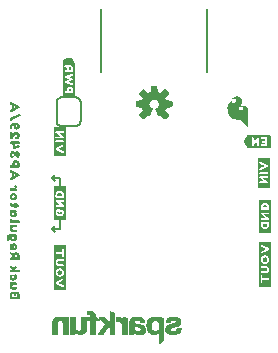
<source format=gbo>
G04 EAGLE Gerber RS-274X export*
G75*
%MOMM*%
%FSLAX34Y34*%
%LPD*%
%INSilkscreen Bottom*%
%IPPOS*%
%AMOC8*
5,1,8,0,0,1.08239X$1,22.5*%
G01*
%ADD10C,0.203200*%

G36*
X142670Y196996D02*
X142670Y196996D01*
X142778Y197006D01*
X142791Y197012D01*
X142805Y197014D01*
X142902Y197062D01*
X143001Y197107D01*
X143014Y197118D01*
X143023Y197122D01*
X143038Y197138D01*
X143115Y197200D01*
X145700Y199785D01*
X145763Y199874D01*
X145829Y199959D01*
X145834Y199972D01*
X145842Y199984D01*
X145873Y200087D01*
X145909Y200190D01*
X145909Y200204D01*
X145913Y200217D01*
X145909Y200325D01*
X145910Y200434D01*
X145905Y200447D01*
X145905Y200461D01*
X145867Y200563D01*
X145832Y200665D01*
X145823Y200680D01*
X145819Y200689D01*
X145805Y200706D01*
X145751Y200788D01*
X142987Y204178D01*
X143544Y205260D01*
X143550Y205280D01*
X143592Y205375D01*
X143963Y206534D01*
X148314Y206977D01*
X148418Y207005D01*
X148524Y207030D01*
X148536Y207037D01*
X148549Y207040D01*
X148639Y207101D01*
X148732Y207158D01*
X148740Y207169D01*
X148752Y207177D01*
X148818Y207263D01*
X148887Y207347D01*
X148891Y207360D01*
X148900Y207371D01*
X148934Y207474D01*
X148973Y207575D01*
X148974Y207593D01*
X148978Y207602D01*
X148978Y207624D01*
X148987Y207722D01*
X148987Y211378D01*
X148970Y211485D01*
X148956Y211593D01*
X148950Y211605D01*
X148948Y211619D01*
X148896Y211715D01*
X148849Y211812D01*
X148839Y211822D01*
X148833Y211834D01*
X148753Y211908D01*
X148677Y211985D01*
X148665Y211991D01*
X148655Y212001D01*
X148556Y212046D01*
X148459Y212094D01*
X148441Y212098D01*
X148432Y212102D01*
X148411Y212104D01*
X148314Y212123D01*
X143963Y212566D01*
X143592Y213725D01*
X143583Y213742D01*
X143581Y213750D01*
X143577Y213757D01*
X143544Y213840D01*
X142987Y214922D01*
X145751Y218312D01*
X145805Y218406D01*
X145862Y218498D01*
X145865Y218511D01*
X145872Y218523D01*
X145893Y218630D01*
X145918Y218735D01*
X145916Y218749D01*
X145919Y218763D01*
X145904Y218870D01*
X145894Y218978D01*
X145888Y218991D01*
X145886Y219005D01*
X145838Y219102D01*
X145793Y219201D01*
X145782Y219214D01*
X145778Y219223D01*
X145762Y219238D01*
X145700Y219315D01*
X143115Y221900D01*
X143026Y221963D01*
X142941Y222029D01*
X142928Y222034D01*
X142916Y222042D01*
X142813Y222073D01*
X142710Y222109D01*
X142696Y222109D01*
X142683Y222113D01*
X142575Y222109D01*
X142466Y222110D01*
X142453Y222105D01*
X142439Y222105D01*
X142337Y222067D01*
X142235Y222032D01*
X142220Y222023D01*
X142211Y222019D01*
X142194Y222005D01*
X142112Y221951D01*
X138722Y219187D01*
X137640Y219744D01*
X137620Y219750D01*
X137525Y219792D01*
X136366Y220163D01*
X135923Y224514D01*
X135895Y224618D01*
X135870Y224724D01*
X135863Y224736D01*
X135860Y224749D01*
X135799Y224839D01*
X135742Y224932D01*
X135731Y224940D01*
X135723Y224952D01*
X135637Y225018D01*
X135553Y225087D01*
X135540Y225091D01*
X135529Y225100D01*
X135426Y225134D01*
X135325Y225173D01*
X135307Y225174D01*
X135298Y225178D01*
X135276Y225178D01*
X135178Y225187D01*
X131522Y225187D01*
X131415Y225170D01*
X131307Y225156D01*
X131295Y225150D01*
X131281Y225148D01*
X131185Y225096D01*
X131088Y225049D01*
X131078Y225039D01*
X131066Y225033D01*
X130992Y224953D01*
X130915Y224877D01*
X130909Y224865D01*
X130899Y224855D01*
X130854Y224756D01*
X130806Y224659D01*
X130802Y224641D01*
X130798Y224632D01*
X130796Y224611D01*
X130777Y224514D01*
X130334Y220163D01*
X129175Y219792D01*
X129157Y219782D01*
X129060Y219744D01*
X127978Y219187D01*
X124588Y221951D01*
X124494Y222005D01*
X124402Y222062D01*
X124389Y222065D01*
X124377Y222072D01*
X124270Y222093D01*
X124165Y222118D01*
X124151Y222116D01*
X124137Y222119D01*
X124030Y222104D01*
X123922Y222094D01*
X123909Y222088D01*
X123896Y222086D01*
X123798Y222038D01*
X123699Y221993D01*
X123686Y221982D01*
X123677Y221978D01*
X123662Y221962D01*
X123585Y221900D01*
X121000Y219315D01*
X120937Y219226D01*
X120871Y219141D01*
X120866Y219128D01*
X120858Y219116D01*
X120827Y219013D01*
X120791Y218910D01*
X120791Y218896D01*
X120787Y218883D01*
X120791Y218775D01*
X120790Y218666D01*
X120795Y218653D01*
X120795Y218639D01*
X120833Y218537D01*
X120868Y218435D01*
X120877Y218420D01*
X120881Y218411D01*
X120895Y218394D01*
X120949Y218312D01*
X123713Y214922D01*
X123156Y213840D01*
X123150Y213820D01*
X123108Y213725D01*
X122737Y212566D01*
X118386Y212123D01*
X118282Y212095D01*
X118176Y212070D01*
X118164Y212063D01*
X118151Y212060D01*
X118061Y211999D01*
X117968Y211942D01*
X117960Y211931D01*
X117948Y211923D01*
X117882Y211837D01*
X117814Y211753D01*
X117809Y211740D01*
X117800Y211729D01*
X117766Y211626D01*
X117727Y211525D01*
X117726Y211507D01*
X117722Y211498D01*
X117723Y211476D01*
X117713Y211378D01*
X117713Y207722D01*
X117730Y207615D01*
X117744Y207507D01*
X117750Y207495D01*
X117752Y207481D01*
X117804Y207385D01*
X117851Y207288D01*
X117861Y207278D01*
X117867Y207266D01*
X117947Y207192D01*
X118023Y207115D01*
X118035Y207109D01*
X118046Y207099D01*
X118144Y207054D01*
X118241Y207006D01*
X118259Y207002D01*
X118268Y206998D01*
X118289Y206996D01*
X118386Y206977D01*
X122737Y206534D01*
X123108Y205375D01*
X123118Y205357D01*
X123156Y205260D01*
X123713Y204178D01*
X120949Y200788D01*
X120895Y200694D01*
X120838Y200602D01*
X120835Y200589D01*
X120828Y200577D01*
X120807Y200470D01*
X120782Y200365D01*
X120784Y200351D01*
X120781Y200337D01*
X120796Y200230D01*
X120806Y200122D01*
X120812Y200109D01*
X120814Y200096D01*
X120862Y199998D01*
X120907Y199899D01*
X120918Y199886D01*
X120922Y199877D01*
X120938Y199862D01*
X121000Y199785D01*
X123585Y197200D01*
X123674Y197137D01*
X123759Y197071D01*
X123772Y197066D01*
X123784Y197058D01*
X123887Y197027D01*
X123990Y196991D01*
X124004Y196991D01*
X124017Y196987D01*
X124125Y196991D01*
X124234Y196990D01*
X124247Y196995D01*
X124261Y196995D01*
X124363Y197033D01*
X124465Y197068D01*
X124480Y197077D01*
X124489Y197081D01*
X124506Y197095D01*
X124588Y197149D01*
X127978Y199913D01*
X129060Y199356D01*
X129113Y199339D01*
X129162Y199313D01*
X129228Y199302D01*
X129292Y199281D01*
X129348Y199282D01*
X129402Y199273D01*
X129469Y199284D01*
X129536Y199285D01*
X129588Y199303D01*
X129643Y199312D01*
X129703Y199344D01*
X129766Y199367D01*
X129809Y199401D01*
X129859Y199427D01*
X129905Y199476D01*
X129957Y199518D01*
X129988Y199565D01*
X130026Y199605D01*
X130082Y199710D01*
X130090Y199723D01*
X130091Y199728D01*
X130095Y199735D01*
X132248Y204932D01*
X132268Y205015D01*
X132273Y205028D01*
X132275Y205044D01*
X132300Y205129D01*
X132299Y205150D01*
X132304Y205170D01*
X132296Y205252D01*
X132298Y205271D01*
X132293Y205291D01*
X132289Y205372D01*
X132282Y205392D01*
X132280Y205413D01*
X132249Y205482D01*
X132242Y205509D01*
X132227Y205533D01*
X132201Y205600D01*
X132188Y205616D01*
X132179Y205635D01*
X132134Y205684D01*
X132114Y205716D01*
X132083Y205741D01*
X132045Y205787D01*
X132022Y205803D01*
X132012Y205813D01*
X131991Y205825D01*
X131926Y205870D01*
X131925Y205871D01*
X131924Y205872D01*
X131025Y206378D01*
X130338Y207022D01*
X129823Y207810D01*
X129511Y208698D01*
X129419Y209635D01*
X129552Y210567D01*
X129903Y211441D01*
X130452Y212206D01*
X131166Y212819D01*
X132006Y213244D01*
X132923Y213458D01*
X133864Y213448D01*
X134776Y213214D01*
X135606Y212771D01*
X136307Y212142D01*
X136839Y211365D01*
X137170Y210484D01*
X137283Y209549D01*
X137175Y208632D01*
X136855Y207764D01*
X136341Y206995D01*
X135662Y206368D01*
X134778Y205873D01*
X134736Y205840D01*
X134694Y205817D01*
X134663Y205784D01*
X134615Y205749D01*
X134603Y205733D01*
X134587Y205720D01*
X134552Y205665D01*
X134527Y205639D01*
X134513Y205608D01*
X134472Y205551D01*
X134466Y205532D01*
X134456Y205515D01*
X134437Y205440D01*
X134427Y205417D01*
X134424Y205393D01*
X134401Y205318D01*
X134402Y205298D01*
X134397Y205278D01*
X134404Y205193D01*
X134403Y205174D01*
X134406Y205157D01*
X134409Y205074D01*
X134417Y205049D01*
X134418Y205035D01*
X134428Y205013D01*
X134452Y204932D01*
X134761Y204187D01*
X135692Y201939D01*
X136002Y201190D01*
X136605Y199735D01*
X136634Y199688D01*
X136655Y199636D01*
X136698Y199585D01*
X136734Y199528D01*
X136777Y199493D01*
X136813Y199450D01*
X136870Y199416D01*
X136922Y199373D01*
X136974Y199354D01*
X137022Y199325D01*
X137088Y199311D01*
X137151Y199287D01*
X137206Y199285D01*
X137260Y199274D01*
X137327Y199281D01*
X137394Y199279D01*
X137448Y199295D01*
X137503Y199302D01*
X137614Y199346D01*
X137628Y199350D01*
X137632Y199353D01*
X137640Y199356D01*
X138722Y199913D01*
X142112Y197149D01*
X142206Y197095D01*
X142298Y197038D01*
X142311Y197035D01*
X142323Y197028D01*
X142430Y197007D01*
X142535Y196982D01*
X142549Y196984D01*
X142563Y196981D01*
X142670Y196996D01*
G37*
G36*
X232477Y54347D02*
X232477Y54347D01*
X232472Y54354D01*
X232479Y54360D01*
X232479Y92960D01*
X232443Y93007D01*
X232436Y93002D01*
X232430Y93009D01*
X222330Y93009D01*
X222283Y92973D01*
X222283Y92972D01*
X222282Y92972D01*
X222182Y92572D01*
X222186Y92564D01*
X222181Y92560D01*
X222181Y54360D01*
X222217Y54313D01*
X222224Y54318D01*
X222230Y54311D01*
X232430Y54311D01*
X232477Y54347D01*
G37*
G36*
X58387Y51807D02*
X58387Y51807D01*
X58387Y51808D01*
X58388Y51808D01*
X58488Y52208D01*
X58484Y52216D01*
X58489Y52220D01*
X58489Y90420D01*
X58453Y90467D01*
X58446Y90462D01*
X58440Y90469D01*
X48240Y90469D01*
X48193Y90433D01*
X48198Y90426D01*
X48191Y90420D01*
X48191Y51820D01*
X48227Y51773D01*
X48234Y51778D01*
X48240Y51771D01*
X58340Y51771D01*
X58387Y51807D01*
G37*
G36*
X65776Y216003D02*
X65776Y216003D01*
X65787Y215999D01*
X66087Y216199D01*
X66093Y216216D01*
X66103Y216224D01*
X66098Y216230D01*
X66099Y216232D01*
X66109Y216240D01*
X66109Y243940D01*
X66105Y243946D01*
X66108Y243950D01*
X65808Y245450D01*
X65803Y245454D01*
X65806Y245458D01*
X65606Y245958D01*
X65598Y245963D01*
X65599Y245970D01*
X65302Y246366D01*
X65104Y246762D01*
X65094Y246767D01*
X65095Y246775D01*
X64697Y247172D01*
X64399Y247570D01*
X64390Y247572D01*
X64390Y247579D01*
X63990Y247879D01*
X63986Y247879D01*
X63985Y247882D01*
X63485Y248182D01*
X63482Y248182D01*
X63482Y248184D01*
X63082Y248384D01*
X63079Y248383D01*
X63078Y248386D01*
X62578Y248586D01*
X62572Y248584D01*
X62570Y248588D01*
X61070Y248888D01*
X61057Y248882D01*
X61050Y248888D01*
X60555Y248789D01*
X60060Y248789D01*
X60054Y248785D01*
X60050Y248788D01*
X59550Y248688D01*
X59546Y248683D01*
X59542Y248686D01*
X59042Y248486D01*
X59040Y248483D01*
X59038Y248484D01*
X58638Y248284D01*
X58637Y248281D01*
X58635Y248282D01*
X58135Y247982D01*
X58133Y247979D01*
X58130Y247979D01*
X57330Y247379D01*
X57328Y247370D01*
X57321Y247370D01*
X56421Y246170D01*
X56421Y246160D01*
X56414Y246158D01*
X56215Y245660D01*
X56016Y245262D01*
X56016Y245259D01*
X56015Y245259D01*
X56017Y245256D01*
X56018Y245253D01*
X56012Y245250D01*
X55812Y244250D01*
X55815Y244243D01*
X55811Y244240D01*
X55811Y216240D01*
X55832Y216212D01*
X55833Y216199D01*
X56133Y215999D01*
X56153Y216000D01*
X56160Y215991D01*
X65760Y215991D01*
X65776Y216003D01*
G37*
G36*
X58487Y111517D02*
X58487Y111517D01*
X58482Y111524D01*
X58489Y111530D01*
X58489Y114030D01*
X58468Y114058D01*
X58468Y114071D01*
X58439Y114091D01*
X58472Y114092D01*
X58471Y114114D01*
X58487Y114127D01*
X58487Y114128D01*
X58489Y114130D01*
X58489Y139930D01*
X58453Y139977D01*
X58446Y139972D01*
X58440Y139979D01*
X48240Y139979D01*
X48193Y139943D01*
X48198Y139936D01*
X48191Y139930D01*
X48191Y112030D01*
X48195Y112024D01*
X48192Y112020D01*
X48292Y111520D01*
X48336Y111481D01*
X48338Y111483D01*
X48340Y111481D01*
X58440Y111481D01*
X58487Y111517D01*
G37*
G36*
X232477Y100087D02*
X232477Y100087D01*
X232472Y100094D01*
X232479Y100100D01*
X232479Y128000D01*
X232475Y128006D01*
X232478Y128010D01*
X232378Y128510D01*
X232334Y128549D01*
X232332Y128547D01*
X232330Y128549D01*
X222230Y128549D01*
X222183Y128513D01*
X222188Y128506D01*
X222181Y128500D01*
X222181Y126000D01*
X222202Y125973D01*
X222202Y125959D01*
X222232Y125939D01*
X222198Y125938D01*
X222200Y125914D01*
X222181Y125900D01*
X222181Y100100D01*
X222217Y100053D01*
X222224Y100058D01*
X222230Y100051D01*
X232430Y100051D01*
X232477Y100087D01*
G37*
G36*
X58487Y165287D02*
X58487Y165287D01*
X58482Y165294D01*
X58489Y165300D01*
X58489Y190300D01*
X58453Y190347D01*
X58446Y190342D01*
X58440Y190349D01*
X48240Y190349D01*
X48193Y190313D01*
X48198Y190306D01*
X48191Y190300D01*
X48191Y165400D01*
X48227Y165353D01*
X48229Y165354D01*
X48230Y165352D01*
X48730Y165252D01*
X48737Y165255D01*
X48740Y165251D01*
X58440Y165251D01*
X58487Y165287D01*
G37*
G36*
X231207Y138617D02*
X231207Y138617D01*
X231202Y138624D01*
X231209Y138630D01*
X231209Y163530D01*
X231173Y163577D01*
X231171Y163576D01*
X231170Y163578D01*
X230670Y163678D01*
X230663Y163675D01*
X230660Y163679D01*
X220960Y163679D01*
X220913Y163643D01*
X220918Y163636D01*
X220911Y163630D01*
X220911Y138630D01*
X220947Y138583D01*
X220954Y138588D01*
X220960Y138581D01*
X231160Y138581D01*
X231207Y138617D01*
G37*
G36*
X212775Y189922D02*
X212775Y189922D01*
X212801Y189923D01*
X212855Y189953D01*
X212913Y189975D01*
X212930Y189994D01*
X212953Y190006D01*
X212988Y190057D01*
X213030Y190102D01*
X213038Y190127D01*
X213053Y190148D01*
X213069Y190232D01*
X213080Y190268D01*
X213078Y190278D01*
X213080Y190290D01*
X213080Y203990D01*
X213076Y204010D01*
X213077Y204037D01*
X212977Y204837D01*
X212969Y204861D01*
X212966Y204894D01*
X212766Y205594D01*
X212747Y205628D01*
X212726Y205686D01*
X212126Y206686D01*
X212106Y206706D01*
X212038Y206787D01*
X211538Y207187D01*
X211533Y207189D01*
X211528Y207194D01*
X211128Y207494D01*
X211093Y207509D01*
X211041Y207543D01*
X210541Y207743D01*
X210512Y207747D01*
X210475Y207763D01*
X209975Y207863D01*
X209969Y207863D01*
X209963Y207865D01*
X209363Y207965D01*
X209336Y207963D01*
X209300Y207970D01*
X208100Y207970D01*
X208085Y207967D01*
X208070Y207969D01*
X207938Y207932D01*
X207931Y207931D01*
X207931Y207930D01*
X207930Y207930D01*
X207554Y207742D01*
X207530Y207730D01*
X207511Y207714D01*
X207487Y207705D01*
X207445Y207659D01*
X207397Y207619D01*
X207387Y207597D01*
X207370Y207578D01*
X207352Y207518D01*
X207326Y207461D01*
X207328Y207436D01*
X207320Y207412D01*
X207331Y207350D01*
X207334Y207288D01*
X207346Y207266D01*
X207350Y207241D01*
X207399Y207168D01*
X207417Y207136D01*
X207425Y207131D01*
X207431Y207121D01*
X207531Y207021D01*
X207563Y207001D01*
X207630Y206950D01*
X208030Y206750D01*
X208053Y206744D01*
X208080Y206729D01*
X208295Y206658D01*
X208768Y206185D01*
X208820Y206028D01*
X208820Y205752D01*
X208755Y205559D01*
X208605Y205332D01*
X208086Y204814D01*
X207691Y204656D01*
X207262Y204570D01*
X206547Y204570D01*
X205856Y204743D01*
X205360Y205074D01*
X205039Y205475D01*
X204880Y205952D01*
X204880Y206521D01*
X205127Y207179D01*
X205769Y207821D01*
X205774Y207830D01*
X205784Y207837D01*
X206584Y208737D01*
X206585Y208739D01*
X206586Y208740D01*
X207286Y209540D01*
X207302Y209569D01*
X207332Y209605D01*
X207832Y210505D01*
X207843Y210543D01*
X207871Y210608D01*
X208071Y211508D01*
X208071Y211510D01*
X208072Y211512D01*
X208071Y211541D01*
X208080Y211590D01*
X208080Y212390D01*
X208072Y212427D01*
X208061Y212510D01*
X207761Y213410D01*
X207742Y213441D01*
X207722Y213492D01*
X207222Y214292D01*
X207201Y214313D01*
X207133Y214390D01*
X206233Y215090D01*
X206209Y215101D01*
X206182Y215124D01*
X205082Y215724D01*
X205063Y215729D01*
X205049Y215739D01*
X205016Y215746D01*
X204968Y215764D01*
X203868Y215964D01*
X203839Y215963D01*
X203800Y215970D01*
X202800Y215970D01*
X202767Y215963D01*
X202718Y215961D01*
X201818Y215761D01*
X201785Y215745D01*
X201730Y215730D01*
X201724Y215727D01*
X200964Y215347D01*
X200330Y215030D01*
X200308Y215012D01*
X200272Y214994D01*
X199872Y214694D01*
X199857Y214676D01*
X199831Y214659D01*
X199731Y214559D01*
X199718Y214537D01*
X199698Y214521D01*
X199672Y214464D01*
X199640Y214412D01*
X199637Y214386D01*
X199627Y214362D01*
X199629Y214301D01*
X199623Y214239D01*
X199632Y214215D01*
X199633Y214189D01*
X199663Y214135D01*
X199685Y214077D01*
X199704Y214060D01*
X199716Y214037D01*
X199767Y214002D01*
X199812Y213960D01*
X199837Y213952D01*
X199858Y213937D01*
X199942Y213921D01*
X199978Y213910D01*
X199988Y213912D01*
X200000Y213910D01*
X200100Y213910D01*
X200115Y213913D01*
X200130Y213911D01*
X200262Y213948D01*
X200269Y213949D01*
X200269Y213950D01*
X200270Y213950D01*
X200390Y214010D01*
X200853Y214010D01*
X201208Y213921D01*
X201216Y213921D01*
X201225Y213917D01*
X201676Y213827D01*
X201999Y213665D01*
X202320Y213425D01*
X202471Y213199D01*
X202548Y213044D01*
X202620Y212828D01*
X202620Y212337D01*
X202547Y212046D01*
X202205Y211532D01*
X201650Y210978D01*
X201280Y210701D01*
X201009Y210520D01*
X200777Y210404D01*
X200667Y210349D01*
X199953Y210170D01*
X199762Y210170D01*
X199605Y210222D01*
X199413Y210415D01*
X199352Y210536D01*
X199280Y210752D01*
X199280Y211590D01*
X199268Y211641D01*
X199267Y211685D01*
X199259Y211699D01*
X199255Y211726D01*
X199245Y211741D01*
X199241Y211759D01*
X199199Y211810D01*
X199184Y211837D01*
X199176Y211842D01*
X199158Y211870D01*
X199142Y211879D01*
X199131Y211892D01*
X199067Y211921D01*
X199055Y211928D01*
X199042Y211937D01*
X199038Y211938D01*
X199007Y211955D01*
X198989Y211956D01*
X198972Y211963D01*
X198916Y211961D01*
X198900Y211964D01*
X198890Y211964D01*
X198880Y211962D01*
X198834Y211964D01*
X198815Y211957D01*
X198799Y211957D01*
X198765Y211938D01*
X198744Y211930D01*
X198722Y211925D01*
X198714Y211918D01*
X198698Y211912D01*
X197898Y211412D01*
X197871Y211385D01*
X197816Y211343D01*
X197016Y210443D01*
X197003Y210420D01*
X196979Y210394D01*
X196279Y209294D01*
X196267Y209260D01*
X196239Y209210D01*
X195739Y207710D01*
X195737Y207688D01*
X195726Y207660D01*
X195426Y206060D01*
X195428Y206024D01*
X195420Y205968D01*
X195520Y204268D01*
X195529Y204237D01*
X195532Y204193D01*
X196032Y202293D01*
X196050Y202261D01*
X196068Y202205D01*
X197068Y200405D01*
X197085Y200387D01*
X197100Y200357D01*
X197800Y199457D01*
X197816Y199443D01*
X197831Y199421D01*
X198631Y198621D01*
X198641Y198615D01*
X198650Y198604D01*
X199450Y197904D01*
X199475Y197890D01*
X199504Y197864D01*
X200504Y197264D01*
X200529Y197256D01*
X200559Y197237D01*
X201559Y196837D01*
X201578Y196834D01*
X201600Y196823D01*
X202700Y196523D01*
X202717Y196523D01*
X202738Y196515D01*
X203938Y196315D01*
X203964Y196317D01*
X204000Y196310D01*
X205869Y196310D01*
X206366Y196227D01*
X207264Y195688D01*
X208221Y194732D01*
X209411Y193343D01*
X209422Y193335D01*
X209431Y193321D01*
X210619Y192133D01*
X211108Y191547D01*
X211120Y191537D01*
X211131Y191521D01*
X211598Y191054D01*
X211874Y190594D01*
X211899Y190568D01*
X211931Y190521D01*
X212431Y190021D01*
X212453Y190008D01*
X212469Y189988D01*
X212526Y189962D01*
X212578Y189930D01*
X212604Y189927D01*
X212628Y189917D01*
X212689Y189919D01*
X212751Y189913D01*
X212775Y189922D01*
G37*
G36*
X137708Y5900D02*
X137708Y5900D01*
X137791Y5903D01*
X137795Y5906D01*
X137799Y5906D01*
X137928Y5973D01*
X138428Y6373D01*
X138439Y6388D01*
X138459Y6401D01*
X138944Y6886D01*
X139928Y7673D01*
X139939Y7688D01*
X139959Y7701D01*
X140844Y8586D01*
X141328Y8973D01*
X141339Y8988D01*
X141359Y9001D01*
X141859Y9501D01*
X141899Y9566D01*
X141943Y9628D01*
X141945Y9640D01*
X141950Y9648D01*
X141954Y9685D01*
X141970Y9770D01*
X141970Y28170D01*
X141967Y28183D01*
X141969Y28197D01*
X141948Y28267D01*
X141931Y28339D01*
X141922Y28349D01*
X141918Y28362D01*
X141867Y28416D01*
X141821Y28472D01*
X141808Y28478D01*
X141799Y28488D01*
X141665Y28543D01*
X141173Y28641D01*
X140782Y28739D01*
X140774Y28739D01*
X140765Y28743D01*
X140265Y28843D01*
X140233Y28842D01*
X140190Y28850D01*
X139828Y28850D01*
X138873Y29041D01*
X138482Y29139D01*
X138474Y29139D01*
X138465Y29143D01*
X137965Y29243D01*
X137963Y29243D01*
X137962Y29243D01*
X137878Y29240D01*
X137791Y29237D01*
X137790Y29237D01*
X137789Y29237D01*
X137715Y29196D01*
X137639Y29155D01*
X137638Y29154D01*
X137637Y29154D01*
X137589Y29085D01*
X137538Y29014D01*
X137538Y29013D01*
X137537Y29012D01*
X137510Y28870D01*
X137510Y28154D01*
X137387Y28308D01*
X137364Y28325D01*
X137286Y28396D01*
X136286Y28996D01*
X136273Y29000D01*
X136260Y29010D01*
X135660Y29310D01*
X135622Y29319D01*
X135553Y29345D01*
X133753Y29645D01*
X133714Y29643D01*
X133643Y29647D01*
X132043Y29447D01*
X132009Y29435D01*
X131954Y29425D01*
X130654Y28925D01*
X130627Y28907D01*
X130586Y28891D01*
X129486Y28191D01*
X129462Y28167D01*
X129421Y28139D01*
X128521Y27239D01*
X128501Y27207D01*
X128462Y27162D01*
X127762Y25962D01*
X127754Y25936D01*
X127735Y25907D01*
X127235Y24607D01*
X127232Y24581D01*
X127218Y24550D01*
X126918Y23150D01*
X126919Y23117D01*
X126910Y23070D01*
X126910Y21670D01*
X126913Y21658D01*
X126911Y21643D01*
X127011Y20243D01*
X127014Y20231D01*
X127014Y20216D01*
X127214Y18816D01*
X127227Y18781D01*
X127239Y18724D01*
X127739Y17524D01*
X127755Y17501D01*
X127769Y17466D01*
X128469Y16366D01*
X128493Y16342D01*
X128521Y16301D01*
X129421Y15401D01*
X129445Y15386D01*
X129472Y15359D01*
X130472Y14659D01*
X130506Y14645D01*
X130554Y14615D01*
X131854Y14115D01*
X131892Y14110D01*
X131965Y14091D01*
X133465Y13991D01*
X133476Y13992D01*
X133490Y13990D01*
X134090Y13990D01*
X134116Y13996D01*
X134153Y13995D01*
X134753Y14095D01*
X134776Y14105D01*
X134810Y14109D01*
X136010Y14509D01*
X136039Y14527D01*
X136086Y14544D01*
X136586Y14844D01*
X136602Y14860D01*
X136628Y14873D01*
X137128Y15273D01*
X137139Y15288D01*
X137159Y15301D01*
X137310Y15452D01*
X137310Y6270D01*
X137311Y6266D01*
X137310Y6261D01*
X137330Y6181D01*
X137349Y6101D01*
X137352Y6098D01*
X137353Y6093D01*
X137407Y6031D01*
X137459Y5968D01*
X137464Y5966D01*
X137467Y5962D01*
X137543Y5930D01*
X137618Y5897D01*
X137622Y5897D01*
X137626Y5895D01*
X137708Y5900D01*
G37*
G36*
X232297Y172687D02*
X232297Y172687D01*
X232292Y172694D01*
X232299Y172700D01*
X232299Y182800D01*
X232263Y182847D01*
X232261Y182846D01*
X232260Y182848D01*
X231760Y182948D01*
X231753Y182945D01*
X231750Y182949D01*
X229750Y182949D01*
X229709Y182918D01*
X229704Y182916D01*
X229695Y182892D01*
X229676Y182942D01*
X229660Y182936D01*
X229650Y182949D01*
X212450Y182949D01*
X212429Y182933D01*
X212415Y182935D01*
X212115Y182635D01*
X212114Y182623D01*
X212106Y182622D01*
X209806Y178022D01*
X209809Y178006D01*
X209801Y178000D01*
X209801Y177600D01*
X209810Y177587D01*
X209806Y177578D01*
X212106Y172978D01*
X212116Y172973D01*
X212115Y172965D01*
X212415Y172665D01*
X212442Y172662D01*
X212450Y172651D01*
X232250Y172651D01*
X232297Y172687D01*
G37*
G36*
X121820Y13897D02*
X121820Y13897D01*
X121865Y13897D01*
X122328Y13990D01*
X122790Y13990D01*
X122805Y13993D01*
X122820Y13991D01*
X122952Y14028D01*
X122959Y14029D01*
X122959Y14030D01*
X122960Y14030D01*
X123323Y14211D01*
X123682Y14301D01*
X123712Y14317D01*
X123760Y14330D01*
X124480Y14690D01*
X124560Y14730D01*
X124576Y14743D01*
X124601Y14754D01*
X124901Y14954D01*
X124922Y14977D01*
X124959Y15001D01*
X125559Y15601D01*
X125571Y15621D01*
X125594Y15642D01*
X125894Y16042D01*
X125906Y16068D01*
X125930Y16100D01*
X126130Y16500D01*
X126138Y16533D01*
X126159Y16578D01*
X126359Y17378D01*
X126359Y17386D01*
X126363Y17395D01*
X126463Y17895D01*
X126462Y17927D01*
X126470Y17970D01*
X126470Y18470D01*
X126467Y18485D01*
X126469Y18504D01*
X126369Y19604D01*
X126358Y19638D01*
X126351Y19690D01*
X126051Y20590D01*
X126030Y20624D01*
X125999Y20691D01*
X125499Y21391D01*
X125479Y21409D01*
X125459Y21439D01*
X124859Y22039D01*
X124826Y22059D01*
X124779Y22100D01*
X124079Y22500D01*
X124053Y22508D01*
X124024Y22526D01*
X123224Y22826D01*
X123200Y22829D01*
X123173Y22841D01*
X122273Y23041D01*
X122256Y23041D01*
X122237Y23047D01*
X121455Y23145D01*
X120573Y23341D01*
X120554Y23341D01*
X120532Y23348D01*
X119633Y23448D01*
X118841Y23547D01*
X118178Y23642D01*
X117669Y23811D01*
X117362Y24042D01*
X117146Y24329D01*
X117070Y24708D01*
X117070Y24908D01*
X117151Y25150D01*
X117154Y25187D01*
X117160Y25218D01*
X117163Y25225D01*
X117163Y25233D01*
X117170Y25270D01*
X117170Y25380D01*
X117303Y25645D01*
X117515Y25858D01*
X117980Y26090D01*
X118090Y26090D01*
X118105Y26093D01*
X118120Y26091D01*
X118252Y26128D01*
X118259Y26129D01*
X118259Y26130D01*
X118260Y26130D01*
X118380Y26190D01*
X118990Y26190D01*
X119005Y26193D01*
X119020Y26191D01*
X119152Y26228D01*
X119159Y26229D01*
X119159Y26230D01*
X119160Y26230D01*
X119219Y26259D01*
X119370Y26209D01*
X119407Y26206D01*
X119490Y26190D01*
X119928Y26190D01*
X120170Y26109D01*
X120207Y26106D01*
X120290Y26090D01*
X120400Y26090D01*
X120665Y25958D01*
X121178Y25445D01*
X121310Y25180D01*
X121310Y24970D01*
X121313Y24955D01*
X121311Y24940D01*
X121348Y24808D01*
X121349Y24801D01*
X121350Y24801D01*
X121350Y24800D01*
X121410Y24680D01*
X121410Y24470D01*
X121421Y24420D01*
X121423Y24369D01*
X121441Y24337D01*
X121449Y24301D01*
X121482Y24262D01*
X121506Y24217D01*
X121536Y24196D01*
X121559Y24168D01*
X121606Y24147D01*
X121648Y24117D01*
X121690Y24109D01*
X121718Y24097D01*
X121748Y24098D01*
X121790Y24090D01*
X125690Y24090D01*
X125765Y24107D01*
X125842Y24121D01*
X125849Y24127D01*
X125859Y24129D01*
X125919Y24179D01*
X125981Y24225D01*
X125985Y24233D01*
X125992Y24239D01*
X126024Y24310D01*
X126059Y24379D01*
X126060Y24390D01*
X126063Y24398D01*
X126062Y24433D01*
X126066Y24524D01*
X125966Y25224D01*
X125963Y25233D01*
X125963Y25245D01*
X125863Y25745D01*
X125855Y25762D01*
X125854Y25778D01*
X125852Y25783D01*
X125851Y25790D01*
X125651Y26390D01*
X125633Y26419D01*
X125616Y26466D01*
X125316Y26966D01*
X125304Y26978D01*
X125294Y26998D01*
X124994Y27398D01*
X124976Y27413D01*
X124959Y27439D01*
X124559Y27839D01*
X124539Y27851D01*
X124518Y27874D01*
X123718Y28474D01*
X123702Y28481D01*
X123686Y28496D01*
X123186Y28796D01*
X123161Y28804D01*
X123131Y28823D01*
X122131Y29223D01*
X122098Y29228D01*
X122053Y29245D01*
X120253Y29545D01*
X120226Y29543D01*
X120190Y29550D01*
X117990Y29550D01*
X117964Y29544D01*
X117928Y29545D01*
X117359Y29450D01*
X116890Y29450D01*
X116860Y29443D01*
X116815Y29443D01*
X116315Y29343D01*
X116297Y29334D01*
X116270Y29331D01*
X115684Y29135D01*
X115298Y29039D01*
X115278Y29029D01*
X115249Y29023D01*
X114749Y28823D01*
X114737Y28815D01*
X114720Y28810D01*
X114460Y28680D01*
X114320Y28610D01*
X114298Y28592D01*
X114262Y28574D01*
X113862Y28274D01*
X113847Y28256D01*
X113821Y28239D01*
X113121Y27539D01*
X113119Y27535D01*
X113115Y27533D01*
X113037Y27411D01*
X112843Y26926D01*
X112650Y26540D01*
X112641Y26502D01*
X112615Y26433D01*
X112415Y25233D01*
X112417Y25206D01*
X112410Y25170D01*
X112410Y16260D01*
X112350Y16140D01*
X112346Y16125D01*
X112337Y16112D01*
X112311Y15978D01*
X112310Y15972D01*
X112310Y15971D01*
X112310Y15970D01*
X112310Y15660D01*
X112250Y15540D01*
X112246Y15525D01*
X112237Y15512D01*
X112211Y15378D01*
X112210Y15372D01*
X112210Y15371D01*
X112210Y15370D01*
X112210Y15360D01*
X112150Y15240D01*
X112146Y15225D01*
X112137Y15212D01*
X112111Y15078D01*
X112110Y15072D01*
X112110Y15071D01*
X112110Y15070D01*
X112110Y15060D01*
X112050Y14940D01*
X112046Y14925D01*
X112037Y14912D01*
X112011Y14778D01*
X112010Y14772D01*
X112010Y14771D01*
X112010Y14770D01*
X112010Y14670D01*
X112021Y14620D01*
X112023Y14569D01*
X112041Y14537D01*
X112049Y14501D01*
X112082Y14462D01*
X112106Y14417D01*
X112136Y14396D01*
X112159Y14368D01*
X112206Y14347D01*
X112248Y14317D01*
X112290Y14309D01*
X112318Y14297D01*
X112348Y14298D01*
X112390Y14290D01*
X116290Y14290D01*
X116340Y14301D01*
X116391Y14303D01*
X116423Y14321D01*
X116459Y14329D01*
X116498Y14362D01*
X116543Y14386D01*
X116564Y14416D01*
X116592Y14439D01*
X116613Y14486D01*
X116643Y14528D01*
X116651Y14570D01*
X116663Y14598D01*
X116662Y14628D01*
X116670Y14670D01*
X116670Y14719D01*
X116699Y14766D01*
X116743Y14828D01*
X116745Y14840D01*
X116750Y14848D01*
X116754Y14885D01*
X116756Y14899D01*
X116759Y14901D01*
X116799Y14966D01*
X116843Y15028D01*
X116845Y15040D01*
X116850Y15048D01*
X116854Y15085D01*
X116870Y15170D01*
X116870Y15193D01*
X117079Y15054D01*
X117115Y15040D01*
X117170Y15009D01*
X117422Y14925D01*
X117679Y14754D01*
X117699Y14746D01*
X117720Y14730D01*
X117899Y14641D01*
X118179Y14454D01*
X118215Y14440D01*
X118270Y14409D01*
X118570Y14309D01*
X118583Y14308D01*
X118598Y14301D01*
X118984Y14205D01*
X119270Y14109D01*
X119307Y14106D01*
X119390Y14090D01*
X119628Y14090D01*
X119870Y14009D01*
X119907Y14006D01*
X119990Y13990D01*
X120628Y13990D01*
X120870Y13909D01*
X120907Y13906D01*
X120990Y13890D01*
X121790Y13890D01*
X121820Y13897D01*
G37*
G36*
X90824Y14298D02*
X90824Y14298D01*
X90858Y14296D01*
X90907Y14317D01*
X90959Y14329D01*
X90985Y14351D01*
X91017Y14365D01*
X91062Y14415D01*
X91092Y14439D01*
X91100Y14456D01*
X91115Y14472D01*
X94763Y20459D01*
X95810Y19413D01*
X95810Y14670D01*
X95821Y14620D01*
X95823Y14569D01*
X95841Y14537D01*
X95849Y14501D01*
X95882Y14462D01*
X95906Y14417D01*
X95936Y14396D01*
X95959Y14368D01*
X96006Y14347D01*
X96048Y14317D01*
X96090Y14309D01*
X96118Y14297D01*
X96148Y14298D01*
X96190Y14290D01*
X99990Y14290D01*
X100040Y14301D01*
X100091Y14303D01*
X100123Y14321D01*
X100159Y14329D01*
X100198Y14362D01*
X100243Y14386D01*
X100264Y14416D01*
X100292Y14439D01*
X100313Y14486D01*
X100343Y14528D01*
X100351Y14570D01*
X100363Y14598D01*
X100362Y14628D01*
X100370Y14670D01*
X100370Y32070D01*
X100361Y32108D01*
X100362Y32147D01*
X100342Y32191D01*
X100331Y32239D01*
X100306Y32269D01*
X100290Y32304D01*
X100244Y32343D01*
X100221Y32372D01*
X100201Y32381D01*
X100181Y32399D01*
X96381Y34599D01*
X96320Y34617D01*
X96262Y34643D01*
X96238Y34642D01*
X96215Y34649D01*
X96153Y34639D01*
X96089Y34637D01*
X96068Y34625D01*
X96044Y34621D01*
X95993Y34584D01*
X95937Y34554D01*
X95923Y34534D01*
X95903Y34520D01*
X95874Y34464D01*
X95837Y34412D01*
X95832Y34385D01*
X95822Y34367D01*
X95821Y34329D01*
X95810Y34270D01*
X95810Y24715D01*
X91564Y29133D01*
X91497Y29177D01*
X91432Y29223D01*
X91424Y29224D01*
X91419Y29228D01*
X91386Y29232D01*
X91290Y29250D01*
X86690Y29250D01*
X86663Y29244D01*
X86636Y29246D01*
X86580Y29224D01*
X86521Y29211D01*
X86500Y29193D01*
X86474Y29183D01*
X86434Y29139D01*
X86388Y29101D01*
X86376Y29075D01*
X86358Y29055D01*
X86341Y28997D01*
X86317Y28942D01*
X86318Y28915D01*
X86310Y28888D01*
X86321Y28829D01*
X86323Y28769D01*
X86337Y28745D01*
X86342Y28718D01*
X86388Y28651D01*
X86406Y28617D01*
X86416Y28610D01*
X86424Y28599D01*
X91501Y23617D01*
X85772Y14878D01*
X85747Y14809D01*
X85717Y14742D01*
X85717Y14729D01*
X85713Y14716D01*
X85721Y14643D01*
X85723Y14569D01*
X85730Y14557D01*
X85731Y14544D01*
X85771Y14482D01*
X85806Y14417D01*
X85817Y14409D01*
X85825Y14398D01*
X85888Y14360D01*
X85948Y14317D01*
X85963Y14314D01*
X85973Y14308D01*
X86012Y14305D01*
X86090Y14290D01*
X90790Y14290D01*
X90824Y14298D01*
G37*
G36*
X51340Y14301D02*
X51340Y14301D01*
X51391Y14303D01*
X51423Y14321D01*
X51459Y14329D01*
X51498Y14362D01*
X51543Y14386D01*
X51564Y14416D01*
X51592Y14439D01*
X51613Y14486D01*
X51643Y14528D01*
X51651Y14570D01*
X51663Y14598D01*
X51662Y14628D01*
X51670Y14670D01*
X51670Y23443D01*
X51762Y24082D01*
X51938Y24610D01*
X52206Y25058D01*
X52462Y25398D01*
X52744Y25610D01*
X53794Y25785D01*
X55060Y25604D01*
X55436Y25379D01*
X55777Y24952D01*
X56038Y24517D01*
X56221Y23876D01*
X56410Y23028D01*
X56410Y14670D01*
X56421Y14620D01*
X56423Y14569D01*
X56441Y14537D01*
X56449Y14501D01*
X56482Y14462D01*
X56506Y14417D01*
X56536Y14396D01*
X56559Y14368D01*
X56606Y14347D01*
X56648Y14317D01*
X56690Y14309D01*
X56718Y14297D01*
X56748Y14298D01*
X56790Y14290D01*
X60690Y14290D01*
X60740Y14301D01*
X60791Y14303D01*
X60823Y14321D01*
X60859Y14329D01*
X60898Y14362D01*
X60943Y14386D01*
X60964Y14416D01*
X60992Y14439D01*
X61013Y14486D01*
X61043Y14528D01*
X61051Y14570D01*
X61063Y14598D01*
X61062Y14628D01*
X61070Y14670D01*
X61070Y27070D01*
X61068Y27079D01*
X61070Y27091D01*
X60970Y28891D01*
X60958Y28930D01*
X60957Y28971D01*
X60934Y29012D01*
X60921Y29057D01*
X60893Y29087D01*
X60874Y29123D01*
X60835Y29150D01*
X60803Y29185D01*
X60765Y29199D01*
X60732Y29223D01*
X60676Y29234D01*
X60642Y29247D01*
X60619Y29245D01*
X60590Y29250D01*
X56990Y29250D01*
X56940Y29239D01*
X56889Y29237D01*
X56857Y29219D01*
X56821Y29211D01*
X56782Y29178D01*
X56737Y29154D01*
X56716Y29124D01*
X56688Y29101D01*
X56667Y29054D01*
X56637Y29012D01*
X56629Y28970D01*
X56617Y28942D01*
X56618Y28912D01*
X56610Y28870D01*
X56610Y27929D01*
X56387Y28208D01*
X56364Y28225D01*
X56361Y28232D01*
X56345Y28243D01*
X56301Y28286D01*
X55701Y28686D01*
X55693Y28689D01*
X55686Y28696D01*
X55186Y28996D01*
X55153Y29006D01*
X55110Y29031D01*
X53910Y29431D01*
X53885Y29433D01*
X53853Y29445D01*
X52653Y29645D01*
X52614Y29643D01*
X52536Y29646D01*
X51136Y29446D01*
X51120Y29440D01*
X51098Y29439D01*
X49898Y29139D01*
X49864Y29122D01*
X49805Y29102D01*
X48905Y28602D01*
X48877Y28576D01*
X48821Y28539D01*
X48221Y27939D01*
X48201Y27906D01*
X48158Y27855D01*
X47658Y26955D01*
X47652Y26934D01*
X47637Y26911D01*
X47237Y25911D01*
X47231Y25873D01*
X47211Y25804D01*
X47111Y24704D01*
X47112Y24702D01*
X47111Y24699D01*
X47011Y23399D01*
X47013Y23386D01*
X47010Y23370D01*
X47010Y14670D01*
X47021Y14620D01*
X47023Y14569D01*
X47041Y14537D01*
X47049Y14501D01*
X47082Y14462D01*
X47106Y14417D01*
X47136Y14396D01*
X47159Y14368D01*
X47206Y14347D01*
X47248Y14317D01*
X47290Y14309D01*
X47318Y14297D01*
X47348Y14298D01*
X47390Y14290D01*
X51290Y14290D01*
X51340Y14301D01*
G37*
G36*
X72344Y14094D02*
X72344Y14094D01*
X72363Y14101D01*
X72390Y14103D01*
X73490Y14403D01*
X73522Y14420D01*
X73575Y14438D01*
X74475Y14938D01*
X74498Y14959D01*
X74537Y14981D01*
X75237Y15581D01*
X75254Y15604D01*
X75322Y15685D01*
X75822Y16585D01*
X75832Y16618D01*
X75854Y16661D01*
X76154Y17661D01*
X76155Y17680D01*
X76164Y17702D01*
X76364Y18802D01*
X76363Y18831D01*
X76370Y18870D01*
X76370Y28870D01*
X76359Y28920D01*
X76357Y28971D01*
X76339Y29003D01*
X76331Y29039D01*
X76298Y29078D01*
X76274Y29123D01*
X76244Y29144D01*
X76221Y29172D01*
X76174Y29193D01*
X76132Y29223D01*
X76090Y29231D01*
X76062Y29243D01*
X76032Y29242D01*
X75990Y29250D01*
X72090Y29250D01*
X72040Y29239D01*
X71989Y29237D01*
X71957Y29219D01*
X71921Y29211D01*
X71882Y29178D01*
X71837Y29154D01*
X71816Y29124D01*
X71788Y29101D01*
X71767Y29054D01*
X71737Y29012D01*
X71729Y28970D01*
X71717Y28942D01*
X71718Y28912D01*
X71710Y28870D01*
X71710Y20097D01*
X71618Y19458D01*
X71433Y18901D01*
X71266Y18484D01*
X70940Y18158D01*
X70631Y17926D01*
X70226Y17845D01*
X69590Y17754D01*
X68947Y17846D01*
X68424Y17933D01*
X68026Y18172D01*
X67592Y18606D01*
X67342Y19023D01*
X67164Y19644D01*
X67068Y20510D01*
X66970Y21489D01*
X66970Y28870D01*
X66959Y28920D01*
X66957Y28971D01*
X66939Y29003D01*
X66931Y29039D01*
X66898Y29078D01*
X66874Y29123D01*
X66844Y29144D01*
X66821Y29172D01*
X66774Y29193D01*
X66732Y29223D01*
X66690Y29231D01*
X66662Y29243D01*
X66632Y29242D01*
X66590Y29250D01*
X62790Y29250D01*
X62740Y29239D01*
X62689Y29237D01*
X62657Y29219D01*
X62621Y29211D01*
X62582Y29178D01*
X62537Y29154D01*
X62516Y29124D01*
X62488Y29101D01*
X62467Y29054D01*
X62437Y29012D01*
X62429Y28970D01*
X62417Y28942D01*
X62418Y28912D01*
X62410Y28870D01*
X62410Y14670D01*
X62421Y14620D01*
X62423Y14569D01*
X62441Y14537D01*
X62449Y14501D01*
X62482Y14462D01*
X62506Y14417D01*
X62536Y14396D01*
X62559Y14368D01*
X62606Y14347D01*
X62648Y14317D01*
X62690Y14309D01*
X62718Y14297D01*
X62748Y14298D01*
X62790Y14290D01*
X66490Y14290D01*
X66540Y14301D01*
X66591Y14303D01*
X66623Y14321D01*
X66659Y14329D01*
X66698Y14362D01*
X66743Y14386D01*
X66764Y14416D01*
X66792Y14439D01*
X66813Y14486D01*
X66843Y14528D01*
X66851Y14570D01*
X66863Y14598D01*
X66862Y14628D01*
X66870Y14670D01*
X66870Y15599D01*
X67136Y15386D01*
X67621Y14901D01*
X67652Y14882D01*
X67694Y14844D01*
X68194Y14544D01*
X68227Y14534D01*
X68270Y14509D01*
X69470Y14109D01*
X69495Y14107D01*
X69528Y14095D01*
X70128Y13995D01*
X70132Y13995D01*
X70136Y13994D01*
X70836Y13894D01*
X70875Y13897D01*
X70944Y13894D01*
X72344Y14094D01*
G37*
G36*
X150916Y13996D02*
X150916Y13996D01*
X150953Y13995D01*
X152153Y14195D01*
X152180Y14206D01*
X152220Y14213D01*
X153320Y14613D01*
X153336Y14623D01*
X153360Y14630D01*
X153680Y14790D01*
X154360Y15130D01*
X154382Y15148D01*
X154418Y15166D01*
X155218Y15766D01*
X155243Y15795D01*
X155290Y15837D01*
X155990Y16737D01*
X156006Y16772D01*
X156047Y16840D01*
X156447Y17940D01*
X156451Y17969D01*
X156465Y18008D01*
X156665Y19208D01*
X156660Y19289D01*
X156657Y19371D01*
X156654Y19375D01*
X156654Y19380D01*
X156613Y19451D01*
X156574Y19523D01*
X156570Y19526D01*
X156567Y19530D01*
X156499Y19576D01*
X156432Y19623D01*
X156427Y19624D01*
X156423Y19626D01*
X156395Y19630D01*
X156290Y19650D01*
X152590Y19650D01*
X152571Y19646D01*
X152551Y19648D01*
X152487Y19626D01*
X152421Y19611D01*
X152406Y19598D01*
X152387Y19592D01*
X152340Y19544D01*
X152288Y19501D01*
X152279Y19482D01*
X152266Y19468D01*
X152228Y19368D01*
X152217Y19342D01*
X152217Y19338D01*
X152215Y19333D01*
X152124Y18789D01*
X151950Y18440D01*
X151947Y18426D01*
X151937Y18411D01*
X151777Y18010D01*
X151502Y17804D01*
X150581Y17436D01*
X150121Y17344D01*
X149606Y17258D01*
X149282Y17339D01*
X149246Y17339D01*
X149190Y17350D01*
X148863Y17350D01*
X148431Y17523D01*
X148409Y17526D01*
X148382Y17539D01*
X148084Y17613D01*
X147603Y18095D01*
X147470Y18360D01*
X147470Y18723D01*
X147543Y19014D01*
X147686Y19228D01*
X147926Y19468D01*
X148343Y19718D01*
X149684Y20101D01*
X150568Y20298D01*
X151565Y20497D01*
X151589Y20508D01*
X151624Y20514D01*
X152403Y20806D01*
X153182Y21001D01*
X153199Y21010D01*
X153224Y21014D01*
X154024Y21314D01*
X154045Y21329D01*
X154079Y21340D01*
X154779Y21740D01*
X154807Y21766D01*
X154859Y21801D01*
X155859Y22801D01*
X155863Y22808D01*
X155870Y22813D01*
X155946Y22937D01*
X156246Y23737D01*
X156251Y23772D01*
X156253Y23779D01*
X156264Y23804D01*
X156264Y23812D01*
X156267Y23823D01*
X156367Y24623D01*
X156363Y24661D01*
X156366Y24728D01*
X156166Y26028D01*
X156153Y26060D01*
X156143Y26111D01*
X155743Y27111D01*
X155722Y27141D01*
X155679Y27217D01*
X155079Y27917D01*
X155064Y27928D01*
X155062Y27932D01*
X155047Y27943D01*
X155018Y27974D01*
X154218Y28574D01*
X154197Y28583D01*
X154175Y28602D01*
X153275Y29102D01*
X153242Y29112D01*
X153199Y29134D01*
X152199Y29434D01*
X152168Y29436D01*
X152124Y29449D01*
X151024Y29549D01*
X151023Y29549D01*
X151022Y29549D01*
X149822Y29649D01*
X149794Y29645D01*
X149756Y29649D01*
X147556Y29449D01*
X147525Y29439D01*
X147481Y29434D01*
X146481Y29134D01*
X146452Y29118D01*
X146405Y29102D01*
X145505Y28602D01*
X145489Y28587D01*
X145462Y28574D01*
X144662Y27974D01*
X144641Y27949D01*
X144604Y27920D01*
X143904Y27120D01*
X143888Y27090D01*
X143837Y27011D01*
X143437Y26011D01*
X143432Y25980D01*
X143416Y25938D01*
X143216Y24838D01*
X143220Y24753D01*
X143223Y24669D01*
X143224Y24667D01*
X143225Y24665D01*
X143266Y24590D01*
X143306Y24517D01*
X143308Y24516D01*
X143309Y24514D01*
X143381Y24465D01*
X143448Y24417D01*
X143450Y24417D01*
X143452Y24416D01*
X143469Y24413D01*
X143590Y24390D01*
X147290Y24390D01*
X147303Y24393D01*
X147317Y24391D01*
X147387Y24412D01*
X147459Y24429D01*
X147469Y24438D01*
X147482Y24442D01*
X147536Y24493D01*
X147592Y24539D01*
X147598Y24552D01*
X147608Y24561D01*
X147663Y24695D01*
X147761Y25187D01*
X147833Y25476D01*
X148315Y25958D01*
X148623Y26111D01*
X148973Y26199D01*
X149428Y26290D01*
X150228Y26290D01*
X150470Y26209D01*
X150507Y26206D01*
X150590Y26190D01*
X150928Y26190D01*
X151122Y26125D01*
X151571Y25826D01*
X151625Y25664D01*
X151700Y25361D01*
X151634Y25029D01*
X151418Y24742D01*
X151111Y24511D01*
X150577Y24333D01*
X149214Y23944D01*
X148443Y23847D01*
X148424Y23840D01*
X148398Y23839D01*
X147602Y23640D01*
X146708Y23441D01*
X146687Y23431D01*
X146657Y23426D01*
X145857Y23126D01*
X145850Y23122D01*
X145840Y23120D01*
X145140Y22820D01*
X145125Y22808D01*
X145101Y22800D01*
X144401Y22400D01*
X144381Y22381D01*
X144347Y22362D01*
X143747Y21862D01*
X143723Y21831D01*
X143718Y21826D01*
X143717Y21825D01*
X143674Y21781D01*
X143274Y21181D01*
X143261Y21148D01*
X143234Y21104D01*
X142934Y20304D01*
X142929Y20267D01*
X142912Y20212D01*
X142812Y19312D01*
X142816Y19282D01*
X142811Y19241D01*
X142911Y17941D01*
X142911Y17940D01*
X142950Y17800D01*
X143450Y16800D01*
X143463Y16784D01*
X143474Y16759D01*
X144074Y15859D01*
X144099Y15835D01*
X144162Y15766D01*
X144962Y15166D01*
X144988Y15154D01*
X145020Y15130D01*
X146020Y14630D01*
X146039Y14625D01*
X146060Y14613D01*
X147160Y14213D01*
X147189Y14209D01*
X147228Y14195D01*
X148428Y13995D01*
X148454Y13997D01*
X148490Y13990D01*
X150890Y13990D01*
X150916Y13996D01*
G37*
G36*
X83740Y14301D02*
X83740Y14301D01*
X83791Y14303D01*
X83823Y14321D01*
X83859Y14329D01*
X83898Y14362D01*
X83943Y14386D01*
X83964Y14416D01*
X83992Y14439D01*
X84013Y14486D01*
X84043Y14528D01*
X84051Y14570D01*
X84063Y14598D01*
X84062Y14628D01*
X84070Y14670D01*
X84070Y25890D01*
X87490Y25890D01*
X87515Y25896D01*
X87541Y25893D01*
X87599Y25915D01*
X87659Y25929D01*
X87679Y25946D01*
X87703Y25955D01*
X87745Y26000D01*
X87792Y26039D01*
X87803Y26063D01*
X87820Y26082D01*
X87838Y26141D01*
X87863Y26198D01*
X87862Y26223D01*
X87870Y26248D01*
X87859Y26309D01*
X87857Y26371D01*
X87844Y26393D01*
X87840Y26419D01*
X87792Y26490D01*
X87774Y26523D01*
X87766Y26529D01*
X87759Y26539D01*
X87159Y27139D01*
X87139Y27151D01*
X87118Y27174D01*
X86762Y27442D01*
X86494Y27798D01*
X86476Y27813D01*
X86459Y27839D01*
X85859Y28439D01*
X85839Y28451D01*
X85818Y28474D01*
X85462Y28742D01*
X85194Y29098D01*
X85182Y29109D01*
X85174Y29123D01*
X85116Y29164D01*
X85061Y29209D01*
X85046Y29213D01*
X85032Y29223D01*
X84905Y29247D01*
X84893Y29250D01*
X84892Y29250D01*
X84890Y29250D01*
X84070Y29250D01*
X84070Y29970D01*
X84066Y29988D01*
X84068Y30012D01*
X83968Y30912D01*
X83960Y30933D01*
X83959Y30962D01*
X83759Y31762D01*
X83741Y31797D01*
X83720Y31859D01*
X83320Y32559D01*
X83301Y32579D01*
X83282Y32613D01*
X82782Y33213D01*
X82770Y33223D01*
X82759Y33239D01*
X82159Y33839D01*
X82152Y33843D01*
X82147Y33850D01*
X82024Y33926D01*
X81224Y34226D01*
X81212Y34228D01*
X81199Y34234D01*
X80199Y34534D01*
X80168Y34536D01*
X80124Y34549D01*
X79024Y34649D01*
X79009Y34647D01*
X78990Y34650D01*
X78190Y34650D01*
X78153Y34642D01*
X78070Y34631D01*
X77828Y34550D01*
X76890Y34550D01*
X76840Y34539D01*
X76789Y34537D01*
X76757Y34519D01*
X76721Y34511D01*
X76682Y34478D01*
X76637Y34454D01*
X76616Y34424D01*
X76588Y34401D01*
X76567Y34354D01*
X76537Y34312D01*
X76529Y34270D01*
X76517Y34242D01*
X76518Y34212D01*
X76510Y34170D01*
X76510Y31270D01*
X76521Y31220D01*
X76523Y31169D01*
X76541Y31137D01*
X76549Y31101D01*
X76582Y31062D01*
X76606Y31017D01*
X76636Y30996D01*
X76659Y30968D01*
X76706Y30947D01*
X76748Y30917D01*
X76790Y30909D01*
X76818Y30897D01*
X76848Y30898D01*
X76890Y30890D01*
X78628Y30890D01*
X79144Y30718D01*
X79179Y30700D01*
X79229Y30550D01*
X79242Y30530D01*
X79250Y30500D01*
X79331Y30337D01*
X79410Y30023D01*
X79410Y29250D01*
X77090Y29250D01*
X77040Y29239D01*
X76989Y29237D01*
X76957Y29219D01*
X76921Y29211D01*
X76882Y29178D01*
X76837Y29154D01*
X76816Y29124D01*
X76788Y29101D01*
X76767Y29054D01*
X76737Y29012D01*
X76729Y28970D01*
X76717Y28942D01*
X76718Y28912D01*
X76710Y28870D01*
X76710Y26270D01*
X76721Y26220D01*
X76723Y26169D01*
X76741Y26137D01*
X76749Y26101D01*
X76782Y26062D01*
X76806Y26017D01*
X76836Y25996D01*
X76859Y25968D01*
X76906Y25947D01*
X76948Y25917D01*
X76990Y25909D01*
X77018Y25897D01*
X77048Y25898D01*
X77090Y25890D01*
X79410Y25890D01*
X79410Y14670D01*
X79421Y14620D01*
X79423Y14569D01*
X79441Y14537D01*
X79449Y14501D01*
X79482Y14462D01*
X79506Y14417D01*
X79536Y14396D01*
X79559Y14368D01*
X79606Y14347D01*
X79648Y14317D01*
X79690Y14309D01*
X79718Y14297D01*
X79748Y14298D01*
X79790Y14290D01*
X83690Y14290D01*
X83740Y14301D01*
G37*
G36*
X110740Y14301D02*
X110740Y14301D01*
X110791Y14303D01*
X110823Y14321D01*
X110859Y14329D01*
X110898Y14362D01*
X110943Y14386D01*
X110964Y14416D01*
X110992Y14439D01*
X111013Y14486D01*
X111043Y14528D01*
X111051Y14570D01*
X111063Y14598D01*
X111062Y14628D01*
X111070Y14670D01*
X111070Y28170D01*
X111067Y28183D01*
X111069Y28197D01*
X111048Y28267D01*
X111031Y28339D01*
X111022Y28349D01*
X111018Y28362D01*
X110967Y28416D01*
X110921Y28472D01*
X110908Y28478D01*
X110899Y28488D01*
X110765Y28543D01*
X109773Y28741D01*
X109382Y28839D01*
X109346Y28839D01*
X109290Y28850D01*
X108828Y28850D01*
X108373Y28941D01*
X107982Y29039D01*
X107974Y29039D01*
X107965Y29043D01*
X107473Y29141D01*
X107082Y29239D01*
X107072Y29239D01*
X107062Y29243D01*
X106986Y29240D01*
X106909Y29242D01*
X106900Y29237D01*
X106889Y29237D01*
X106822Y29200D01*
X106753Y29167D01*
X106746Y29159D01*
X106737Y29154D01*
X106693Y29091D01*
X106645Y29031D01*
X106643Y29021D01*
X106637Y29012D01*
X106610Y28870D01*
X106610Y27526D01*
X106506Y27681D01*
X106484Y27702D01*
X106459Y27739D01*
X105959Y28239D01*
X105932Y28255D01*
X105901Y28286D01*
X104701Y29086D01*
X104665Y29100D01*
X104594Y29136D01*
X103194Y29536D01*
X103156Y29538D01*
X103090Y29550D01*
X101690Y29550D01*
X101616Y29533D01*
X101541Y29520D01*
X101531Y29513D01*
X101521Y29511D01*
X101492Y29487D01*
X101421Y29439D01*
X101321Y29339D01*
X101281Y29274D01*
X101237Y29212D01*
X101235Y29200D01*
X101230Y29192D01*
X101226Y29155D01*
X101210Y29070D01*
X101210Y25470D01*
X101221Y25420D01*
X101223Y25369D01*
X101241Y25337D01*
X101249Y25301D01*
X101282Y25262D01*
X101306Y25217D01*
X101336Y25196D01*
X101359Y25168D01*
X101406Y25147D01*
X101448Y25117D01*
X101490Y25109D01*
X101518Y25097D01*
X101548Y25098D01*
X101590Y25090D01*
X101690Y25090D01*
X101705Y25093D01*
X101720Y25091D01*
X101852Y25128D01*
X101859Y25129D01*
X101859Y25130D01*
X101860Y25130D01*
X101980Y25190D01*
X102971Y25190D01*
X103925Y25094D01*
X104634Y24917D01*
X105148Y24575D01*
X105669Y24053D01*
X106227Y22753D01*
X106410Y21928D01*
X106410Y14670D01*
X106421Y14620D01*
X106423Y14569D01*
X106441Y14537D01*
X106449Y14501D01*
X106482Y14462D01*
X106506Y14417D01*
X106536Y14396D01*
X106559Y14368D01*
X106606Y14347D01*
X106648Y14317D01*
X106690Y14309D01*
X106718Y14297D01*
X106748Y14298D01*
X106790Y14290D01*
X110690Y14290D01*
X110740Y14301D01*
G37*
G36*
X18651Y44129D02*
X18651Y44129D01*
X18658Y44124D01*
X19158Y44324D01*
X19168Y44340D01*
X19179Y44340D01*
X19479Y44740D01*
X19479Y44747D01*
X19481Y44748D01*
X19479Y44749D01*
X19479Y44762D01*
X19489Y44770D01*
X19489Y48470D01*
X19482Y48479D01*
X19487Y48486D01*
X19287Y49086D01*
X19280Y49090D01*
X19282Y49095D01*
X18982Y49595D01*
X18974Y49599D01*
X18975Y49605D01*
X18575Y50005D01*
X18566Y50006D01*
X18565Y50012D01*
X18065Y50312D01*
X18059Y50312D01*
X18058Y50316D01*
X17558Y50516D01*
X17551Y50514D01*
X17548Y50519D01*
X16948Y50619D01*
X16938Y50613D01*
X16932Y50619D01*
X16332Y50519D01*
X16328Y50514D01*
X16324Y50517D01*
X15724Y50317D01*
X15721Y50312D01*
X15718Y50314D01*
X15542Y50226D01*
X15065Y50512D01*
X15059Y50512D01*
X15058Y50516D01*
X14558Y50716D01*
X14551Y50714D01*
X14548Y50719D01*
X13948Y50819D01*
X13945Y50817D01*
X13943Y50819D01*
X13940Y50819D01*
X13340Y50819D01*
X13339Y50819D01*
X13330Y50813D01*
X13324Y50817D01*
X12724Y50617D01*
X12720Y50610D01*
X12715Y50612D01*
X12215Y50312D01*
X12213Y50308D01*
X12209Y50308D01*
X11709Y49908D01*
X11706Y49896D01*
X11698Y49895D01*
X11098Y48895D01*
X11100Y48877D01*
X11091Y48870D01*
X11091Y44570D01*
X11110Y44544D01*
X11110Y44531D01*
X11510Y44231D01*
X11526Y44231D01*
X11530Y44222D01*
X12030Y44122D01*
X12037Y44125D01*
X12040Y44121D01*
X18640Y44121D01*
X18651Y44129D01*
G37*
G36*
X18953Y77530D02*
X18953Y77530D01*
X18962Y77526D01*
X19362Y77726D01*
X19372Y77747D01*
X19379Y77752D01*
X19387Y77754D01*
X19587Y78354D01*
X19583Y78365D01*
X19589Y78370D01*
X19589Y80870D01*
X19585Y80876D01*
X19588Y80880D01*
X19489Y81378D01*
X19389Y81978D01*
X19379Y81987D01*
X19382Y81995D01*
X18782Y82995D01*
X18727Y83018D01*
X18722Y83004D01*
X18708Y83007D01*
X18251Y82611D01*
X18675Y83035D01*
X18683Y83094D01*
X18674Y83095D01*
X18675Y83105D01*
X18275Y83505D01*
X18266Y83506D01*
X18265Y83512D01*
X17765Y83812D01*
X17759Y83812D01*
X17758Y83816D01*
X17258Y84016D01*
X17251Y84014D01*
X17248Y84019D01*
X16648Y84119D01*
X16638Y84113D01*
X16632Y84119D01*
X15432Y83919D01*
X15423Y83909D01*
X15415Y83912D01*
X14426Y83319D01*
X14051Y83319D01*
X12960Y83815D01*
X12954Y83813D01*
X12952Y83818D01*
X12555Y83917D01*
X12058Y84116D01*
X12033Y84109D01*
X12022Y84116D01*
X11522Y83916D01*
X11509Y83894D01*
X11496Y83892D01*
X11196Y83292D01*
X11198Y83282D01*
X11191Y83278D01*
X11091Y82678D01*
X11104Y82653D01*
X11101Y82640D01*
X11401Y82240D01*
X11418Y82236D01*
X11421Y82225D01*
X12814Y81628D01*
X13391Y81147D01*
X13391Y79976D01*
X13302Y79619D01*
X12140Y79619D01*
X12135Y79616D01*
X12132Y79619D01*
X11532Y79519D01*
X11517Y79503D01*
X11505Y79505D01*
X11205Y79205D01*
X11202Y79182D01*
X11191Y79176D01*
X11091Y78376D01*
X11099Y78363D01*
X11093Y78354D01*
X11293Y77754D01*
X11315Y77739D01*
X11318Y77726D01*
X11718Y77526D01*
X11734Y77529D01*
X11740Y77521D01*
X18940Y77521D01*
X18953Y77530D01*
G37*
G36*
X14948Y93421D02*
X14948Y93421D01*
X14954Y93427D01*
X14958Y93424D01*
X15458Y93624D01*
X15461Y93629D01*
X15465Y93628D01*
X15965Y93928D01*
X15967Y93932D01*
X15971Y93932D01*
X16471Y94332D01*
X16474Y94344D01*
X16482Y94345D01*
X17082Y95345D01*
X17081Y95357D01*
X17088Y95360D01*
X17188Y95860D01*
X17185Y95868D01*
X17183Y95872D01*
X17189Y95878D01*
X17089Y96478D01*
X17084Y96482D01*
X17087Y96486D01*
X16887Y97086D01*
X16796Y97357D01*
X17175Y97735D01*
X17178Y97756D01*
X17189Y97762D01*
X17289Y98362D01*
X17281Y98377D01*
X17287Y98386D01*
X17087Y98986D01*
X17070Y98997D01*
X17070Y99009D01*
X16670Y99309D01*
X16648Y99309D01*
X16640Y99319D01*
X10640Y99319D01*
X10629Y99311D01*
X10622Y99316D01*
X10122Y99116D01*
X10116Y99107D01*
X10109Y99108D01*
X9609Y98708D01*
X9608Y98704D01*
X9605Y98705D01*
X9205Y98305D01*
X9204Y98296D01*
X9198Y98295D01*
X8598Y97295D01*
X8599Y97282D01*
X8591Y97278D01*
X8491Y96678D01*
X8494Y96673D01*
X8491Y96670D01*
X8491Y96070D01*
X8495Y96064D01*
X8492Y96060D01*
X8592Y95560D01*
X8595Y95557D01*
X8593Y95554D01*
X8793Y94954D01*
X8801Y94949D01*
X8799Y94943D01*
X9199Y94343D01*
X9206Y94340D01*
X9205Y94335D01*
X9605Y93935D01*
X9632Y93932D01*
X9640Y93921D01*
X10040Y93921D01*
X10053Y93930D01*
X10062Y93926D01*
X10662Y94226D01*
X10669Y94240D01*
X10679Y94240D01*
X10979Y94640D01*
X10979Y94675D01*
X10987Y94686D01*
X10787Y95286D01*
X10780Y95290D01*
X10782Y95295D01*
X10487Y95787D01*
X10391Y96365D01*
X10581Y96840D01*
X11061Y97224D01*
X11545Y97321D01*
X11821Y97321D01*
X11505Y97005D01*
X11503Y96989D01*
X11493Y96986D01*
X11293Y96386D01*
X11297Y96375D01*
X11291Y96370D01*
X11291Y95770D01*
X11295Y95764D01*
X11292Y95760D01*
X11392Y95260D01*
X11401Y95252D01*
X11398Y95245D01*
X11698Y94745D01*
X11702Y94743D01*
X11702Y94739D01*
X12102Y94239D01*
X12109Y94237D01*
X12109Y94232D01*
X12609Y93832D01*
X12614Y93831D01*
X12615Y93828D01*
X13115Y93528D01*
X13128Y93529D01*
X13132Y93521D01*
X14332Y93321D01*
X14342Y93327D01*
X14348Y93321D01*
X14948Y93421D01*
G37*
G36*
X18751Y155629D02*
X18751Y155629D01*
X18758Y155624D01*
X19258Y155824D01*
X19273Y155848D01*
X19286Y155852D01*
X19486Y156352D01*
X19482Y156365D01*
X19489Y156370D01*
X19489Y159370D01*
X19486Y159375D01*
X19489Y159378D01*
X19389Y159978D01*
X19379Y159987D01*
X19382Y159995D01*
X19083Y160493D01*
X18784Y161092D01*
X18774Y161097D01*
X18775Y161105D01*
X18375Y161505D01*
X18366Y161506D01*
X18365Y161512D01*
X17365Y162112D01*
X17362Y162112D01*
X17362Y162114D01*
X17162Y162214D01*
X17146Y162211D01*
X17140Y162219D01*
X16540Y162219D01*
X16535Y162216D01*
X16532Y162219D01*
X15332Y162019D01*
X15326Y162013D01*
X15322Y162016D01*
X14822Y161816D01*
X14816Y161807D01*
X14809Y161808D01*
X14309Y161408D01*
X14306Y161396D01*
X14298Y161395D01*
X13998Y160895D01*
X13698Y160396D01*
X13662Y160414D01*
X13604Y160403D01*
X13607Y160387D01*
X13592Y160380D01*
X13492Y159880D01*
X13492Y159879D01*
X13491Y159878D01*
X13391Y159278D01*
X13394Y159273D01*
X13391Y159270D01*
X13391Y158082D01*
X13210Y157719D01*
X12040Y157719D01*
X12035Y157716D01*
X12032Y157719D01*
X11432Y157619D01*
X11417Y157603D01*
X11405Y157605D01*
X11105Y157305D01*
X11102Y157278D01*
X11091Y157270D01*
X11091Y156470D01*
X11094Y156465D01*
X11091Y156462D01*
X11191Y155862D01*
X11216Y155839D01*
X11218Y155826D01*
X11618Y155626D01*
X11634Y155629D01*
X11640Y155621D01*
X18740Y155621D01*
X18751Y155629D01*
G37*
%LPC*%
G36*
X133688Y17742D02*
X133688Y17742D01*
X133072Y18006D01*
X132564Y18344D01*
X131843Y19426D01*
X131664Y20140D01*
X131568Y20913D01*
X131473Y21767D01*
X131662Y23278D01*
X131943Y24028D01*
X132218Y24669D01*
X132647Y25184D01*
X133172Y25534D01*
X133790Y25799D01*
X134493Y25887D01*
X135292Y25798D01*
X135908Y25534D01*
X136433Y25184D01*
X136862Y24669D01*
X137128Y24048D01*
X137510Y22523D01*
X137510Y20917D01*
X137137Y19426D01*
X136416Y18344D01*
X135908Y18006D01*
X135292Y17742D01*
X134490Y17653D01*
X133688Y17742D01*
G37*
%LPD*%
%LPC*%
G36*
X52945Y63469D02*
X52945Y63469D01*
X52456Y63567D01*
X52062Y63764D01*
X52059Y63763D01*
X52058Y63766D01*
X51564Y63963D01*
X51170Y64259D01*
X50775Y64555D01*
X50481Y64948D01*
X50183Y65443D01*
X49987Y65836D01*
X49888Y66330D01*
X49790Y66820D01*
X49888Y67310D01*
X50087Y68304D01*
X50283Y68697D01*
X50577Y69186D01*
X50970Y69481D01*
X51368Y69779D01*
X51863Y70077D01*
X52256Y70273D01*
X53245Y70471D01*
X53835Y70471D01*
X54324Y70373D01*
X54718Y70176D01*
X54721Y70177D01*
X54722Y70174D01*
X55220Y69975D01*
X55611Y69779D01*
X56003Y69388D01*
X56301Y68990D01*
X56597Y68596D01*
X56794Y68102D01*
X56797Y68100D01*
X56796Y68098D01*
X56991Y67708D01*
X56991Y67220D01*
X56998Y67211D01*
X56993Y67204D01*
X57089Y66917D01*
X56992Y66430D01*
X56893Y65934D01*
X56695Y65440D01*
X56498Y65046D01*
X56203Y64652D01*
X55808Y64257D01*
X55416Y63963D01*
X54922Y63766D01*
X54920Y63763D01*
X54918Y63764D01*
X54524Y63567D01*
X54035Y63469D01*
X52945Y63469D01*
G37*
%LPD*%
%LPC*%
G36*
X226835Y74309D02*
X226835Y74309D01*
X226346Y74407D01*
X225952Y74604D01*
X225949Y74603D01*
X225948Y74606D01*
X225450Y74805D01*
X225059Y75001D01*
X224667Y75392D01*
X224369Y75790D01*
X224073Y76184D01*
X223876Y76678D01*
X223873Y76680D01*
X223874Y76682D01*
X223679Y77072D01*
X223679Y77560D01*
X223672Y77569D01*
X223677Y77576D01*
X223581Y77863D01*
X223678Y78350D01*
X223777Y78846D01*
X223975Y79340D01*
X224172Y79734D01*
X224467Y80128D01*
X224862Y80523D01*
X225254Y80817D01*
X225748Y81014D01*
X225750Y81017D01*
X225752Y81016D01*
X226146Y81213D01*
X226635Y81311D01*
X227725Y81311D01*
X228214Y81213D01*
X228608Y81016D01*
X228611Y81017D01*
X228612Y81014D01*
X229106Y80817D01*
X229500Y80521D01*
X229895Y80225D01*
X230189Y79832D01*
X230487Y79337D01*
X230683Y78944D01*
X230782Y78450D01*
X230880Y77960D01*
X230782Y77470D01*
X230583Y76476D01*
X230387Y76083D01*
X230093Y75594D01*
X229700Y75299D01*
X229302Y75001D01*
X228807Y74703D01*
X228414Y74507D01*
X227425Y74309D01*
X226835Y74309D01*
G37*
%LPD*%
G36*
X16949Y179728D02*
X16949Y179728D01*
X16956Y179723D01*
X17556Y179923D01*
X17557Y179925D01*
X17558Y179924D01*
X18058Y180124D01*
X18064Y180133D01*
X18071Y180132D01*
X18571Y180532D01*
X18572Y180536D01*
X18575Y180535D01*
X18975Y180935D01*
X18976Y180940D01*
X18979Y180940D01*
X19279Y181340D01*
X19279Y181352D01*
X19287Y181354D01*
X19487Y181954D01*
X19485Y181960D01*
X19489Y181962D01*
X19589Y182562D01*
X19586Y182567D01*
X19589Y182570D01*
X19589Y183170D01*
X19586Y183175D01*
X19589Y183178D01*
X19489Y183778D01*
X19483Y183784D01*
X19486Y183788D01*
X19286Y184288D01*
X19277Y184294D01*
X19278Y184301D01*
X18878Y184801D01*
X18874Y184802D01*
X18875Y184805D01*
X18475Y185205D01*
X18466Y185206D01*
X18465Y185212D01*
X17965Y185512D01*
X17959Y185512D01*
X17958Y185516D01*
X17458Y185716D01*
X17456Y185715D01*
X17456Y185717D01*
X16856Y185917D01*
X16845Y185913D01*
X16840Y185919D01*
X16240Y185919D01*
X16235Y185916D01*
X16232Y185919D01*
X15632Y185819D01*
X15626Y185813D01*
X15622Y185816D01*
X15122Y185616D01*
X15116Y185607D01*
X15109Y185608D01*
X14109Y184808D01*
X14107Y184801D01*
X14102Y184801D01*
X13702Y184301D01*
X13701Y184296D01*
X13698Y184295D01*
X13398Y183795D01*
X13398Y183792D01*
X13396Y183792D01*
X13227Y183453D01*
X13189Y183490D01*
X13189Y185170D01*
X13186Y185175D01*
X13189Y185178D01*
X13089Y185778D01*
X13073Y185793D01*
X13075Y185805D01*
X12675Y186205D01*
X12648Y186209D01*
X12640Y186219D01*
X11440Y186219D01*
X11410Y186197D01*
X11398Y186195D01*
X11098Y185695D01*
X11100Y185677D01*
X11091Y185670D01*
X11091Y180370D01*
X11107Y180349D01*
X11105Y180335D01*
X11505Y179935D01*
X11519Y179933D01*
X11522Y179924D01*
X12022Y179724D01*
X12040Y179729D01*
X12048Y179721D01*
X12648Y179821D01*
X12654Y179827D01*
X12658Y179824D01*
X13158Y180024D01*
X13164Y180033D01*
X13171Y180032D01*
X13671Y180432D01*
X13674Y180444D01*
X13682Y180445D01*
X13982Y180945D01*
X14880Y182442D01*
X15277Y182937D01*
X15673Y183333D01*
X16161Y183724D01*
X16633Y183818D01*
X17205Y183532D01*
X17491Y183056D01*
X17491Y182484D01*
X17207Y182011D01*
X16632Y181819D01*
X16140Y181819D01*
X16125Y181808D01*
X16115Y181812D01*
X15615Y181512D01*
X15606Y181492D01*
X15594Y181488D01*
X15394Y180988D01*
X15399Y180971D01*
X15391Y180964D01*
X15491Y180164D01*
X15507Y180148D01*
X15505Y180135D01*
X15805Y179835D01*
X15825Y179832D01*
X15830Y179822D01*
X16330Y179722D01*
X16337Y179725D01*
X16340Y179721D01*
X16940Y179721D01*
X16949Y179728D01*
G37*
%LPC*%
G36*
X226539Y103849D02*
X226539Y103849D01*
X226048Y104046D01*
X225554Y104243D01*
X225160Y104539D01*
X224765Y104835D01*
X224469Y105230D01*
X224173Y105624D01*
X223977Y106114D01*
X223878Y106610D01*
X223779Y107105D01*
X223779Y109488D01*
X223963Y109856D01*
X224435Y109951D01*
X230025Y109951D01*
X230506Y109855D01*
X230784Y109576D01*
X230881Y108997D01*
X230781Y107002D01*
X230782Y107001D01*
X230781Y107000D01*
X230781Y106509D01*
X230585Y106020D01*
X230388Y105626D01*
X230091Y105230D01*
X229793Y104832D01*
X229402Y104442D01*
X228912Y104246D01*
X228910Y104243D01*
X228908Y104244D01*
X228510Y104045D01*
X228021Y103849D01*
X226539Y103849D01*
G37*
%LPD*%
%LPC*%
G36*
X50645Y130079D02*
X50645Y130079D01*
X50164Y130175D01*
X49886Y130454D01*
X49789Y131033D01*
X49889Y133028D01*
X49888Y133029D01*
X49889Y133030D01*
X49889Y133521D01*
X50085Y134010D01*
X50282Y134404D01*
X50579Y134800D01*
X50877Y135198D01*
X51268Y135588D01*
X51758Y135784D01*
X51760Y135787D01*
X51762Y135786D01*
X52160Y135985D01*
X52649Y136181D01*
X54131Y136181D01*
X54622Y135984D01*
X55116Y135787D01*
X55510Y135491D01*
X55905Y135195D01*
X56201Y134800D01*
X56497Y134406D01*
X56693Y133916D01*
X56792Y133420D01*
X56891Y132925D01*
X56891Y130542D01*
X56707Y130174D01*
X56235Y130079D01*
X50645Y130079D01*
G37*
%LPD*%
G36*
X12656Y203023D02*
X12656Y203023D01*
X12658Y203027D01*
X12661Y203026D01*
X18561Y205826D01*
X18563Y205829D01*
X18565Y205828D01*
X19065Y206128D01*
X19070Y206139D01*
X19078Y206139D01*
X19478Y206639D01*
X19479Y206647D01*
X19481Y206649D01*
X19479Y206652D01*
X19479Y206657D01*
X19489Y206662D01*
X19589Y207262D01*
X19580Y207279D01*
X19586Y207288D01*
X19386Y207788D01*
X19364Y207801D01*
X19362Y207814D01*
X18962Y208014D01*
X18961Y208014D01*
X12461Y211114D01*
X12452Y211113D01*
X12450Y211118D01*
X11950Y211218D01*
X11929Y211208D01*
X11918Y211214D01*
X11518Y211014D01*
X11509Y210996D01*
X11497Y210994D01*
X11097Y210294D01*
X11100Y210277D01*
X11091Y210270D01*
X11091Y209770D01*
X11104Y209752D01*
X11101Y209740D01*
X11401Y209340D01*
X11415Y209336D01*
X11416Y209327D01*
X12513Y208728D01*
X12891Y208445D01*
X12891Y205500D01*
X11918Y205014D01*
X11917Y205011D01*
X11915Y205012D01*
X11415Y204712D01*
X11408Y204697D01*
X11398Y204695D01*
X11098Y204195D01*
X11101Y204170D01*
X11092Y204160D01*
X11192Y203660D01*
X11202Y203651D01*
X11199Y203643D01*
X11599Y203043D01*
X11616Y203037D01*
X11618Y203026D01*
X12018Y202826D01*
X12044Y202831D01*
X12056Y202823D01*
X12656Y203023D01*
G37*
G36*
X12656Y145423D02*
X12656Y145423D01*
X12658Y145427D01*
X12661Y145426D01*
X18561Y148226D01*
X18563Y148229D01*
X18565Y148228D01*
X19065Y148528D01*
X19070Y148539D01*
X19078Y148539D01*
X19478Y149039D01*
X19479Y149047D01*
X19481Y149049D01*
X19479Y149052D01*
X19479Y149057D01*
X19489Y149062D01*
X19589Y149662D01*
X19580Y149679D01*
X19586Y149688D01*
X19386Y150188D01*
X19364Y150201D01*
X19362Y150214D01*
X18962Y150414D01*
X18961Y150414D01*
X12461Y153514D01*
X12452Y153513D01*
X12450Y153518D01*
X11950Y153618D01*
X11929Y153608D01*
X11918Y153614D01*
X11518Y153414D01*
X11509Y153396D01*
X11497Y153394D01*
X11097Y152694D01*
X11100Y152677D01*
X11091Y152670D01*
X11091Y152170D01*
X11104Y152152D01*
X11101Y152140D01*
X11401Y151740D01*
X11415Y151736D01*
X11416Y151727D01*
X12513Y151128D01*
X12891Y150845D01*
X12891Y147900D01*
X11918Y147414D01*
X11917Y147411D01*
X11915Y147412D01*
X11415Y147112D01*
X11408Y147097D01*
X11398Y147095D01*
X11098Y146595D01*
X11101Y146570D01*
X11092Y146560D01*
X11192Y146060D01*
X11202Y146051D01*
X11199Y146043D01*
X11599Y145443D01*
X11616Y145437D01*
X11618Y145426D01*
X12018Y145226D01*
X12044Y145231D01*
X12056Y145223D01*
X12656Y145423D01*
G37*
G36*
X13856Y163733D02*
X13856Y163733D01*
X13867Y163729D01*
X14167Y163929D01*
X14173Y163946D01*
X14183Y163954D01*
X14182Y163955D01*
X14187Y163956D01*
X14215Y164052D01*
X14229Y164101D01*
X14271Y164249D01*
X14313Y164397D01*
X14327Y164446D01*
X14369Y164594D01*
X14370Y164594D01*
X14369Y164594D01*
X14387Y164656D01*
X14384Y164666D01*
X14389Y164670D01*
X14389Y165370D01*
X14370Y165396D01*
X14370Y165409D01*
X13970Y165709D01*
X13960Y165709D01*
X13958Y165716D01*
X13476Y165909D01*
X13187Y166485D01*
X13091Y167066D01*
X13283Y167643D01*
X13656Y168017D01*
X14116Y167925D01*
X14494Y167547D01*
X14591Y166863D01*
X14593Y166862D01*
X14592Y166860D01*
X14692Y166360D01*
X14707Y166347D01*
X14705Y166335D01*
X15005Y166035D01*
X15028Y166032D01*
X15034Y166021D01*
X15834Y165921D01*
X15849Y165930D01*
X15858Y165924D01*
X16358Y166124D01*
X16371Y166146D01*
X16384Y166148D01*
X16584Y166548D01*
X16582Y166559D01*
X16583Y166560D01*
X16589Y166563D01*
X16688Y167257D01*
X16876Y167727D01*
X17316Y167815D01*
X17593Y167353D01*
X17689Y166778D01*
X17402Y166205D01*
X16915Y165912D01*
X16910Y165900D01*
X16901Y165900D01*
X16601Y165500D01*
X16601Y165478D01*
X16591Y165470D01*
X16591Y164870D01*
X16605Y164852D01*
X16602Y164839D01*
X17002Y164339D01*
X17014Y164336D01*
X17015Y164328D01*
X17515Y164028D01*
X17541Y164031D01*
X17552Y164022D01*
X17952Y164122D01*
X17957Y164128D01*
X17962Y164126D01*
X18562Y164426D01*
X18565Y164433D01*
X18571Y164432D01*
X19071Y164832D01*
X19074Y164844D01*
X19082Y164845D01*
X19382Y165345D01*
X19381Y165353D01*
X19387Y165354D01*
X19587Y165954D01*
X19585Y165959D01*
X19588Y165960D01*
X19688Y166460D01*
X19686Y166465D01*
X19687Y166465D01*
X19686Y166467D01*
X19689Y166470D01*
X19689Y168270D01*
X19674Y168290D01*
X19677Y168303D01*
X18877Y169203D01*
X18871Y169204D01*
X18871Y169208D01*
X18371Y169608D01*
X18360Y169609D01*
X18358Y169616D01*
X17858Y169816D01*
X17851Y169814D01*
X17848Y169819D01*
X17248Y169919D01*
X17243Y169916D01*
X17240Y169919D01*
X16640Y169919D01*
X16629Y169911D01*
X16622Y169916D01*
X16122Y169716D01*
X16114Y169704D01*
X16105Y169705D01*
X15720Y169319D01*
X15460Y169319D01*
X15075Y169705D01*
X15066Y169706D01*
X15065Y169712D01*
X14565Y170012D01*
X14552Y170011D01*
X14548Y170019D01*
X13948Y170119D01*
X13943Y170116D01*
X13940Y170119D01*
X13340Y170119D01*
X13331Y170112D01*
X13324Y170117D01*
X12724Y169917D01*
X12720Y169910D01*
X12715Y169912D01*
X12215Y169612D01*
X12211Y169604D01*
X12205Y169605D01*
X11805Y169205D01*
X11804Y169196D01*
X11798Y169195D01*
X11198Y168195D01*
X11199Y168182D01*
X11191Y168178D01*
X11091Y167578D01*
X11093Y167576D01*
X11093Y167575D01*
X11094Y167573D01*
X11091Y167570D01*
X11091Y166270D01*
X11095Y166264D01*
X11092Y166260D01*
X11192Y165760D01*
X11195Y165757D01*
X11193Y165754D01*
X11393Y165154D01*
X11403Y165148D01*
X11401Y165140D01*
X11701Y164740D01*
X11706Y164739D01*
X11705Y164735D01*
X12105Y164335D01*
X12109Y164335D01*
X12109Y164332D01*
X12609Y163932D01*
X12622Y163931D01*
X12624Y163923D01*
X13224Y163723D01*
X13235Y163727D01*
X13240Y163721D01*
X13840Y163721D01*
X13856Y163733D01*
G37*
G36*
X16945Y187924D02*
X16945Y187924D01*
X16948Y187921D01*
X17548Y188021D01*
X17554Y188027D01*
X17558Y188024D01*
X18058Y188224D01*
X18061Y188229D01*
X18065Y188228D01*
X18565Y188528D01*
X18569Y188536D01*
X18575Y188535D01*
X18975Y188935D01*
X18976Y188944D01*
X18982Y188945D01*
X19282Y189445D01*
X19282Y189451D01*
X19286Y189452D01*
X19486Y189952D01*
X19484Y189959D01*
X19489Y189962D01*
X19589Y190562D01*
X19586Y190566D01*
X19587Y190567D01*
X19587Y190568D01*
X19589Y190570D01*
X19589Y191270D01*
X19586Y191275D01*
X19589Y191278D01*
X19489Y191878D01*
X19479Y191887D01*
X19482Y191895D01*
X19182Y192395D01*
X19179Y192397D01*
X19179Y192400D01*
X18879Y192800D01*
X18874Y192801D01*
X18875Y192805D01*
X18475Y193205D01*
X18466Y193206D01*
X18465Y193212D01*
X17965Y193512D01*
X17959Y193512D01*
X17958Y193516D01*
X17458Y193716D01*
X17451Y193714D01*
X17448Y193719D01*
X16848Y193819D01*
X16843Y193816D01*
X16840Y193819D01*
X15540Y193819D01*
X15535Y193816D01*
X15532Y193819D01*
X14332Y193619D01*
X14326Y193613D01*
X14322Y193616D01*
X13822Y193416D01*
X13820Y193413D01*
X13818Y193414D01*
X13218Y193114D01*
X13215Y193108D01*
X13210Y193109D01*
X12810Y192809D01*
X12810Y192808D01*
X12809Y192808D01*
X12309Y192408D01*
X12308Y192404D01*
X12305Y192405D01*
X11905Y192005D01*
X11904Y191996D01*
X11898Y191995D01*
X11598Y191495D01*
X11598Y191489D01*
X11594Y191488D01*
X11194Y190488D01*
X11196Y190481D01*
X11191Y190478D01*
X11091Y189878D01*
X11094Y189873D01*
X11091Y189870D01*
X11091Y188570D01*
X11110Y188544D01*
X11110Y188531D01*
X11510Y188231D01*
X11528Y188231D01*
X11533Y188221D01*
X12233Y188121D01*
X12247Y188129D01*
X12256Y188123D01*
X12856Y188323D01*
X12868Y188342D01*
X12881Y188343D01*
X13081Y188643D01*
X13080Y188658D01*
X13089Y188663D01*
X13189Y189363D01*
X13186Y189368D01*
X13189Y189370D01*
X13189Y189962D01*
X13383Y190543D01*
X13773Y190933D01*
X14262Y191325D01*
X14565Y191400D01*
X14393Y190886D01*
X14399Y190870D01*
X14391Y190862D01*
X14591Y189662D01*
X14601Y189653D01*
X14598Y189645D01*
X14898Y189145D01*
X14901Y189143D01*
X14901Y189140D01*
X15201Y188740D01*
X15209Y188738D01*
X15209Y188732D01*
X15709Y188332D01*
X15714Y188331D01*
X15715Y188328D01*
X16215Y188028D01*
X16228Y188029D01*
X16232Y188021D01*
X16832Y187921D01*
X16837Y187924D01*
X16840Y187921D01*
X16940Y187921D01*
X16945Y187924D01*
G37*
%LPC*%
G36*
X63574Y225887D02*
X63574Y225887D01*
X58277Y227686D01*
X57791Y227881D01*
X57509Y228256D01*
X57509Y228731D01*
X57696Y229198D01*
X58072Y229292D01*
X58075Y229295D01*
X58077Y229294D01*
X60777Y230294D01*
X60782Y230301D01*
X60787Y230299D01*
X61087Y230499D01*
X61091Y230509D01*
X61101Y230512D01*
X61096Y230525D01*
X61107Y230555D01*
X61084Y230563D01*
X61076Y230587D01*
X58179Y231586D01*
X57795Y231778D01*
X57509Y232254D01*
X57509Y232724D01*
X57791Y233099D01*
X58277Y233294D01*
X63574Y235093D01*
X63949Y235187D01*
X64320Y234909D01*
X64607Y234239D01*
X64421Y233776D01*
X64041Y233586D01*
X61144Y232587D01*
X61141Y232582D01*
X61138Y232584D01*
X60738Y232384D01*
X60732Y232372D01*
X60719Y232368D01*
X60722Y232360D01*
X60716Y232355D01*
X60721Y232349D01*
X60712Y232331D01*
X60736Y232319D01*
X60744Y232293D01*
X64037Y231196D01*
X64415Y230912D01*
X64509Y230348D01*
X64321Y229972D01*
X63937Y229684D01*
X61044Y228687D01*
X61041Y228682D01*
X61038Y228684D01*
X60838Y228584D01*
X60832Y228572D01*
X60819Y228567D01*
X60823Y228555D01*
X60812Y228531D01*
X60836Y228519D01*
X60845Y228493D01*
X64234Y227397D01*
X64511Y227120D01*
X64511Y226648D01*
X64318Y226070D01*
X63949Y225793D01*
X63574Y225887D01*
G37*
%LPD*%
G36*
X15047Y171726D02*
X15047Y171726D01*
X15053Y171722D01*
X18453Y172622D01*
X18454Y172624D01*
X18456Y172623D01*
X19056Y172823D01*
X19062Y172833D01*
X19070Y172831D01*
X19470Y173131D01*
X19479Y173162D01*
X19489Y173170D01*
X19489Y173770D01*
X19482Y173779D01*
X19487Y173786D01*
X19287Y174386D01*
X19273Y174395D01*
X19275Y174405D01*
X18875Y174805D01*
X18840Y174810D01*
X18830Y174818D01*
X18330Y174718D01*
X18329Y174717D01*
X18328Y174718D01*
X15478Y174030D01*
X15389Y174475D01*
X15389Y175637D01*
X15849Y175821D01*
X18840Y175821D01*
X18846Y175825D01*
X18850Y175822D01*
X19350Y175922D01*
X19382Y175959D01*
X19389Y175962D01*
X19489Y176562D01*
X19486Y176567D01*
X19489Y176570D01*
X19489Y177170D01*
X19478Y177185D01*
X19482Y177195D01*
X19182Y177695D01*
X19162Y177704D01*
X19158Y177716D01*
X18658Y177916D01*
X18645Y177912D01*
X18640Y177919D01*
X12040Y177919D01*
X12035Y177916D01*
X12032Y177919D01*
X11432Y177819D01*
X11414Y177800D01*
X11401Y177800D01*
X11101Y177400D01*
X11101Y177378D01*
X11091Y177370D01*
X11091Y176670D01*
X11095Y176664D01*
X11092Y176660D01*
X11192Y176160D01*
X11210Y176144D01*
X11210Y176131D01*
X11610Y175831D01*
X11632Y175831D01*
X11640Y175821D01*
X13398Y175821D01*
X13491Y175266D01*
X13491Y172270D01*
X13504Y172252D01*
X13501Y172240D01*
X13801Y171840D01*
X13826Y171833D01*
X13832Y171821D01*
X14432Y171721D01*
X14437Y171724D01*
X14440Y171721D01*
X15040Y171721D01*
X15047Y171726D01*
G37*
G36*
X14646Y113725D02*
X14646Y113725D01*
X14650Y113722D01*
X15150Y113822D01*
X15156Y113829D01*
X15162Y113826D01*
X15762Y114126D01*
X15767Y114136D01*
X15775Y114135D01*
X16675Y115035D01*
X16676Y115044D01*
X16682Y115045D01*
X16982Y115545D01*
X16981Y115557D01*
X16988Y115560D01*
X17088Y116060D01*
X17085Y116067D01*
X17089Y116070D01*
X17089Y116670D01*
X17082Y116679D01*
X17087Y116686D01*
X16887Y117286D01*
X16877Y117292D01*
X16879Y117300D01*
X16579Y117700D01*
X16574Y117701D01*
X16575Y117705D01*
X16523Y117757D01*
X16862Y117926D01*
X16874Y117950D01*
X16887Y117954D01*
X17087Y118554D01*
X17083Y118565D01*
X17089Y118570D01*
X17089Y119270D01*
X17076Y119288D01*
X17079Y119300D01*
X16779Y119700D01*
X16754Y119707D01*
X16748Y119719D01*
X16148Y119819D01*
X16143Y119816D01*
X16140Y119819D01*
X11940Y119819D01*
X11934Y119815D01*
X11930Y119818D01*
X11430Y119718D01*
X11414Y119700D01*
X11401Y119700D01*
X11101Y119300D01*
X11101Y119278D01*
X11091Y119270D01*
X11091Y118470D01*
X11096Y118463D01*
X11092Y118458D01*
X11192Y118058D01*
X11213Y118041D01*
X11215Y118028D01*
X11661Y117760D01*
X11305Y117405D01*
X11303Y117391D01*
X11294Y117388D01*
X11094Y116888D01*
X11095Y116887D01*
X11094Y116886D01*
X11096Y116884D01*
X11098Y116875D01*
X11091Y116870D01*
X11091Y116170D01*
X11095Y116164D01*
X11092Y116160D01*
X11192Y115660D01*
X11197Y115656D01*
X11194Y115652D01*
X11394Y115152D01*
X11403Y115146D01*
X11402Y115139D01*
X11802Y114639D01*
X11809Y114637D01*
X11809Y114632D01*
X12309Y114232D01*
X12314Y114231D01*
X12315Y114228D01*
X12815Y113928D01*
X12823Y113929D01*
X12824Y113923D01*
X13424Y113723D01*
X13435Y113727D01*
X13440Y113721D01*
X14640Y113721D01*
X14646Y113725D01*
G37*
G36*
X15663Y128038D02*
X15663Y128038D01*
X15677Y128037D01*
X16477Y128937D01*
X16477Y128944D01*
X16482Y128945D01*
X17082Y129945D01*
X17082Y129951D01*
X17086Y129952D01*
X17286Y130452D01*
X17284Y130459D01*
X17289Y130462D01*
X17389Y131062D01*
X17383Y131072D01*
X17389Y131078D01*
X17189Y132278D01*
X17183Y132284D01*
X17186Y132288D01*
X16986Y132788D01*
X16977Y132794D01*
X16978Y132801D01*
X16578Y133301D01*
X16574Y133302D01*
X16575Y133305D01*
X16175Y133705D01*
X16166Y133706D01*
X16165Y133712D01*
X15665Y134012D01*
X15657Y134011D01*
X15656Y134017D01*
X15056Y134217D01*
X15050Y134215D01*
X15048Y134219D01*
X14448Y134319D01*
X14443Y134316D01*
X14440Y134319D01*
X13840Y134319D01*
X13835Y134316D01*
X13832Y134319D01*
X13232Y134219D01*
X13223Y134209D01*
X13215Y134212D01*
X12215Y133612D01*
X12211Y133604D01*
X12205Y133605D01*
X11805Y133205D01*
X11805Y133201D01*
X11802Y133201D01*
X11402Y132701D01*
X11401Y132688D01*
X11393Y132686D01*
X11193Y132086D01*
X11195Y132081D01*
X11192Y132080D01*
X11092Y131580D01*
X11095Y131573D01*
X11091Y131570D01*
X11091Y130970D01*
X11094Y130965D01*
X11091Y130962D01*
X11191Y130362D01*
X11197Y130356D01*
X11194Y130352D01*
X11394Y129852D01*
X11438Y129826D01*
X11415Y129812D01*
X11392Y129757D01*
X11401Y129754D01*
X11398Y129745D01*
X11698Y129245D01*
X11706Y129241D01*
X11705Y129235D01*
X12105Y128835D01*
X12109Y128835D01*
X12109Y128832D01*
X12609Y128432D01*
X12620Y128431D01*
X12622Y128424D01*
X13122Y128224D01*
X13124Y128225D01*
X13124Y128223D01*
X13724Y128023D01*
X13735Y128027D01*
X13740Y128021D01*
X15640Y128021D01*
X15663Y128038D01*
G37*
%LPC*%
G36*
X57972Y237089D02*
X57972Y237089D01*
X57604Y237273D01*
X57510Y237741D01*
X57606Y238316D01*
X57884Y238595D01*
X58365Y238691D01*
X59360Y238691D01*
X59407Y238727D01*
X59407Y238728D01*
X59408Y238728D01*
X59508Y239128D01*
X59504Y239136D01*
X59509Y239140D01*
X59509Y240140D01*
X59488Y240168D01*
X59487Y240181D01*
X58887Y240581D01*
X58880Y240581D01*
X58879Y240585D01*
X57691Y241080D01*
X57416Y241447D01*
X57604Y241918D01*
X57897Y242405D01*
X58166Y242585D01*
X58640Y242395D01*
X59038Y242196D01*
X59041Y242197D01*
X59042Y242194D01*
X60042Y241794D01*
X60054Y241798D01*
X60069Y241798D01*
X60076Y241793D01*
X60376Y241893D01*
X60382Y241903D01*
X60390Y241901D01*
X60784Y242197D01*
X61274Y242393D01*
X61765Y242491D01*
X62255Y242491D01*
X62746Y242393D01*
X63236Y242197D01*
X63628Y241903D01*
X63921Y241610D01*
X64216Y241118D01*
X64413Y240625D01*
X64512Y240229D01*
X64611Y239736D01*
X64511Y237646D01*
X64418Y237180D01*
X64054Y237089D01*
X57972Y237089D01*
G37*
%LPD*%
G36*
X19351Y67329D02*
X19351Y67329D01*
X19358Y67324D01*
X19858Y67524D01*
X19873Y67548D01*
X19880Y67554D01*
X19878Y67556D01*
X19889Y67562D01*
X19989Y68162D01*
X19986Y68167D01*
X19989Y68170D01*
X19989Y68870D01*
X19976Y68888D01*
X19979Y68900D01*
X19679Y69300D01*
X19654Y69307D01*
X19648Y69319D01*
X19048Y69419D01*
X19043Y69416D01*
X19040Y69419D01*
X15532Y69419D01*
X15678Y69639D01*
X16575Y70535D01*
X16576Y70547D01*
X16584Y70548D01*
X16884Y71148D01*
X16881Y71164D01*
X16889Y71170D01*
X16889Y71670D01*
X16870Y71695D01*
X16871Y71708D01*
X16371Y72108D01*
X16366Y72109D01*
X16365Y72112D01*
X15865Y72412D01*
X15839Y72409D01*
X15828Y72418D01*
X15428Y72318D01*
X15416Y72303D01*
X15405Y72305D01*
X14905Y71805D01*
X14905Y71803D01*
X14903Y71803D01*
X14142Y70947D01*
X13079Y72300D01*
X13078Y72301D01*
X12678Y72801D01*
X12648Y72808D01*
X12640Y72819D01*
X12140Y72819D01*
X12127Y72810D01*
X12118Y72814D01*
X11518Y72514D01*
X11511Y72501D01*
X11502Y72501D01*
X11102Y72001D01*
X11101Y71978D01*
X11091Y71970D01*
X11091Y71570D01*
X11103Y71554D01*
X11099Y71543D01*
X11499Y70943D01*
X11506Y70940D01*
X11505Y70935D01*
X11803Y70637D01*
X12698Y69543D01*
X12760Y69419D01*
X11640Y69419D01*
X11622Y69406D01*
X11610Y69409D01*
X11210Y69109D01*
X11203Y69084D01*
X11191Y69077D01*
X11091Y68377D01*
X11096Y68369D01*
X11095Y68368D01*
X11096Y68367D01*
X11091Y68363D01*
X11191Y67663D01*
X11210Y67644D01*
X11210Y67631D01*
X11610Y67331D01*
X11632Y67331D01*
X11640Y67321D01*
X19340Y67321D01*
X19351Y67329D01*
G37*
%LPC*%
G36*
X216279Y174346D02*
X216279Y174346D01*
X216096Y174619D01*
X215999Y175105D01*
X215999Y180695D01*
X216094Y181167D01*
X216462Y181351D01*
X217045Y181351D01*
X217512Y181257D01*
X217601Y180992D01*
X217601Y177300D01*
X217609Y177289D01*
X217607Y177276D01*
X217620Y177274D01*
X217637Y177253D01*
X217658Y177269D01*
X217685Y177265D01*
X217785Y177365D01*
X217786Y177371D01*
X217790Y177371D01*
X220288Y180768D01*
X220679Y181159D01*
X221062Y181351D01*
X221638Y181351D01*
X222006Y181167D01*
X222101Y180695D01*
X222101Y174620D01*
X221826Y174346D01*
X221254Y174251D01*
X220685Y174440D01*
X220499Y174812D01*
X220499Y178300D01*
X220489Y178313D01*
X220490Y178329D01*
X220477Y178330D01*
X220463Y178347D01*
X220440Y178330D01*
X220411Y178330D01*
X217712Y174831D01*
X217322Y174344D01*
X216947Y174250D01*
X216279Y174346D01*
G37*
%LPD*%
G36*
X14445Y85624D02*
X14445Y85624D01*
X14448Y85621D01*
X15048Y85721D01*
X15054Y85727D01*
X15058Y85724D01*
X15558Y85924D01*
X15561Y85929D01*
X15565Y85928D01*
X16065Y86228D01*
X16067Y86232D01*
X16071Y86232D01*
X16571Y86632D01*
X16573Y86640D01*
X16579Y86640D01*
X16879Y87040D01*
X16879Y87047D01*
X16884Y87048D01*
X17184Y87648D01*
X17182Y87657D01*
X17188Y87660D01*
X17288Y88160D01*
X17287Y88162D01*
X17289Y88163D01*
X17389Y88863D01*
X17383Y88873D01*
X17389Y88878D01*
X17189Y90078D01*
X17179Y90087D01*
X17182Y90095D01*
X16882Y90595D01*
X16879Y90597D01*
X16879Y90600D01*
X16579Y91000D01*
X16571Y91002D01*
X16571Y91008D01*
X16071Y91408D01*
X16058Y91409D01*
X16056Y91417D01*
X15456Y91617D01*
X15445Y91613D01*
X15440Y91619D01*
X14240Y91619D01*
X14219Y91603D01*
X14205Y91605D01*
X13805Y91205D01*
X13803Y91191D01*
X13794Y91188D01*
X13594Y90688D01*
X13597Y90677D01*
X13591Y90672D01*
X13491Y88277D01*
X13413Y87966D01*
X13082Y88298D01*
X12889Y88779D01*
X12889Y89465D01*
X12988Y89957D01*
X13187Y90554D01*
X13176Y90587D01*
X13179Y90600D01*
X12879Y91000D01*
X12864Y91004D01*
X12862Y91014D01*
X12262Y91314D01*
X12246Y91311D01*
X12240Y91319D01*
X11840Y91319D01*
X11824Y91307D01*
X11813Y91311D01*
X11513Y91111D01*
X11506Y91091D01*
X11494Y91088D01*
X11294Y90588D01*
X11295Y90586D01*
X11293Y90586D01*
X11093Y89986D01*
X11097Y89975D01*
X11091Y89970D01*
X11091Y88370D01*
X11094Y88365D01*
X11091Y88362D01*
X11191Y87762D01*
X11197Y87756D01*
X11194Y87752D01*
X11394Y87252D01*
X11399Y87249D01*
X11398Y87245D01*
X11698Y86745D01*
X11706Y86741D01*
X11705Y86735D01*
X12105Y86335D01*
X12114Y86334D01*
X12115Y86328D01*
X12615Y86028D01*
X12618Y86028D01*
X12618Y86026D01*
X13218Y85726D01*
X13229Y85728D01*
X13232Y85721D01*
X13832Y85621D01*
X13837Y85624D01*
X13840Y85621D01*
X14440Y85621D01*
X14445Y85624D01*
G37*
%LPC*%
G36*
X50689Y180400D02*
X50689Y180400D01*
X50653Y180447D01*
X50646Y180442D01*
X50640Y180449D01*
X50256Y180449D01*
X49885Y180728D01*
X49791Y181295D01*
X49980Y181768D01*
X50255Y181951D01*
X53840Y181951D01*
X53851Y181959D01*
X53864Y181957D01*
X53866Y181970D01*
X53887Y181987D01*
X53871Y182008D01*
X53875Y182035D01*
X53475Y182435D01*
X53469Y182436D01*
X53469Y182440D01*
X50370Y184739D01*
X49885Y185127D01*
X49790Y185601D01*
X49886Y186176D01*
X50164Y186455D01*
X50645Y186551D01*
X56235Y186551D01*
X56707Y186456D01*
X56891Y186088D01*
X56891Y185505D01*
X56797Y185038D01*
X56532Y184949D01*
X52940Y184949D01*
X52893Y184913D01*
X52898Y184906D01*
X52891Y184900D01*
X52891Y184800D01*
X52910Y184774D01*
X52910Y184761D01*
X56209Y182262D01*
X56701Y181868D01*
X56891Y181488D01*
X56891Y181009D01*
X56704Y180542D01*
X56334Y180449D01*
X50740Y180449D01*
X50693Y180413D01*
X50697Y180407D01*
X50691Y180403D01*
X50689Y180378D01*
X50689Y180400D01*
G37*
%LPD*%
%LPC*%
G36*
X223165Y142379D02*
X223165Y142379D01*
X222693Y142474D01*
X222509Y142842D01*
X222509Y143425D01*
X222603Y143892D01*
X222868Y143981D01*
X226460Y143981D01*
X226507Y144017D01*
X226502Y144024D01*
X226509Y144030D01*
X226509Y144130D01*
X226490Y144156D01*
X226490Y144169D01*
X223191Y146668D01*
X222699Y147062D01*
X222509Y147442D01*
X222509Y147921D01*
X222696Y148388D01*
X223066Y148481D01*
X228660Y148481D01*
X228707Y148517D01*
X228703Y148523D01*
X228709Y148527D01*
X228711Y148552D01*
X228711Y148530D01*
X228747Y148483D01*
X228754Y148488D01*
X228760Y148481D01*
X229144Y148481D01*
X229515Y148202D01*
X229609Y147635D01*
X229420Y147163D01*
X229145Y146979D01*
X225560Y146979D01*
X225549Y146971D01*
X225536Y146973D01*
X225534Y146960D01*
X225513Y146943D01*
X225529Y146922D01*
X225525Y146895D01*
X225925Y146495D01*
X225931Y146494D01*
X225931Y146490D01*
X229030Y144191D01*
X229515Y143803D01*
X229610Y143329D01*
X229514Y142754D01*
X229236Y142475D01*
X228755Y142379D01*
X223165Y142379D01*
G37*
%LPD*%
%LPC*%
G36*
X229979Y111503D02*
X229979Y111503D01*
X229940Y111548D01*
X229935Y111543D01*
X229930Y111549D01*
X224342Y111549D01*
X223967Y111737D01*
X223779Y112112D01*
X223779Y112582D01*
X224253Y113151D01*
X227830Y113151D01*
X227834Y113154D01*
X227839Y113152D01*
X227844Y113162D01*
X227877Y113187D01*
X227865Y113203D01*
X227874Y113222D01*
X227774Y113422D01*
X227758Y113430D01*
X227757Y113441D01*
X227159Y113840D01*
X223971Y116231D01*
X223779Y116709D01*
X223779Y117184D01*
X224059Y117556D01*
X224436Y117651D01*
X230510Y117651D01*
X230781Y117380D01*
X230781Y116705D01*
X230688Y116240D01*
X230324Y116149D01*
X227330Y116149D01*
X227324Y116145D01*
X227320Y116148D01*
X226820Y116048D01*
X226812Y116039D01*
X226800Y116039D01*
X226800Y116025D01*
X226781Y116004D01*
X226800Y115987D01*
X226800Y115961D01*
X230398Y113263D01*
X230785Y112876D01*
X230880Y112399D01*
X230785Y111828D01*
X230414Y111549D01*
X230030Y111549D01*
X229983Y111513D01*
X229988Y111506D01*
X229981Y111500D01*
X229981Y111479D01*
X229979Y111503D01*
G37*
%LPD*%
%LPC*%
G36*
X50160Y122379D02*
X50160Y122379D01*
X49889Y122650D01*
X49889Y123325D01*
X49982Y123790D01*
X50346Y123881D01*
X53340Y123881D01*
X53346Y123885D01*
X53350Y123882D01*
X53850Y123982D01*
X53858Y123991D01*
X53870Y123991D01*
X53870Y124005D01*
X53889Y124026D01*
X53870Y124043D01*
X53870Y124069D01*
X50272Y126767D01*
X49885Y127154D01*
X49790Y127631D01*
X49885Y128202D01*
X50256Y128481D01*
X50640Y128481D01*
X50687Y128517D01*
X50682Y128524D01*
X50689Y128530D01*
X50689Y128551D01*
X50691Y128527D01*
X50730Y128482D01*
X50736Y128487D01*
X50740Y128481D01*
X56328Y128481D01*
X56703Y128293D01*
X56891Y127918D01*
X56891Y127448D01*
X56417Y126879D01*
X52840Y126879D01*
X52836Y126876D01*
X52831Y126878D01*
X52826Y126869D01*
X52793Y126843D01*
X52805Y126827D01*
X52796Y126808D01*
X52896Y126608D01*
X52912Y126600D01*
X52913Y126589D01*
X53511Y126190D01*
X56699Y123799D01*
X56891Y123321D01*
X56891Y122846D01*
X56611Y122474D01*
X56234Y122379D01*
X50160Y122379D01*
G37*
%LPD*%
%LPC*%
G36*
X58066Y218989D02*
X58066Y218989D01*
X57694Y219082D01*
X57509Y219452D01*
X57509Y220134D01*
X57600Y220498D01*
X58067Y220591D01*
X59065Y220691D01*
X59071Y220697D01*
X59076Y220693D01*
X59376Y220793D01*
X59406Y220837D01*
X59409Y220840D01*
X59409Y221934D01*
X59508Y222328D01*
X59507Y222330D01*
X59508Y222330D01*
X59607Y222826D01*
X59802Y223312D01*
X60491Y224001D01*
X60978Y224293D01*
X61470Y224392D01*
X61965Y224491D01*
X62451Y224491D01*
X62938Y224296D01*
X63430Y224001D01*
X64118Y223312D01*
X64314Y222822D01*
X64511Y222331D01*
X64511Y219844D01*
X64415Y219269D01*
X64141Y219086D01*
X63655Y218989D01*
X58066Y218989D01*
G37*
%LPD*%
%LPC*%
G36*
X224357Y174349D02*
X224357Y174349D01*
X223984Y174442D01*
X223799Y174812D01*
X223799Y175485D01*
X223984Y175762D01*
X224362Y175951D01*
X227450Y175951D01*
X227497Y175987D01*
X227497Y175988D01*
X227498Y175988D01*
X227598Y176388D01*
X227594Y176396D01*
X227599Y176400D01*
X227599Y176900D01*
X227563Y176947D01*
X227556Y176942D01*
X227550Y176949D01*
X225462Y176949D01*
X225084Y177138D01*
X224897Y177418D01*
X224801Y178092D01*
X224987Y178463D01*
X225362Y178651D01*
X227450Y178651D01*
X227493Y178683D01*
X227497Y178684D01*
X227597Y178984D01*
X227595Y178989D01*
X227597Y178991D01*
X227594Y178996D01*
X227599Y179000D01*
X227599Y179600D01*
X227563Y179647D01*
X227562Y179647D01*
X227562Y179648D01*
X227162Y179748D01*
X227154Y179744D01*
X227150Y179749D01*
X224165Y179749D01*
X223895Y179929D01*
X223799Y180508D01*
X223757Y180548D01*
X223756Y180549D01*
X223709Y180555D01*
X223795Y181072D01*
X224166Y181351D01*
X228738Y181351D01*
X229108Y181166D01*
X229201Y180794D01*
X229201Y174620D01*
X228926Y174345D01*
X228446Y174249D01*
X224357Y174349D01*
G37*
%LPD*%
%LPC*%
G36*
X227435Y119449D02*
X227435Y119449D01*
X226946Y119547D01*
X226574Y119733D01*
X226479Y120304D01*
X226479Y121888D01*
X226667Y122263D01*
X227042Y122451D01*
X227510Y122451D01*
X227783Y122178D01*
X227881Y121096D01*
X227921Y121052D01*
X227926Y121056D01*
X227930Y121051D01*
X228930Y121051D01*
X228968Y121080D01*
X228976Y121082D01*
X229176Y121582D01*
X229172Y121595D01*
X229179Y121600D01*
X229179Y122600D01*
X229170Y122613D01*
X229174Y122622D01*
X228974Y123022D01*
X228964Y123027D01*
X228965Y123035D01*
X228565Y123435D01*
X228560Y123436D01*
X228560Y123439D01*
X228160Y123739D01*
X228150Y123739D01*
X228148Y123746D01*
X227648Y123946D01*
X227642Y123944D01*
X227640Y123948D01*
X227140Y124048D01*
X227127Y124042D01*
X227120Y124048D01*
X226620Y123948D01*
X226616Y123943D01*
X226612Y123946D01*
X226112Y123746D01*
X226104Y123734D01*
X226095Y123735D01*
X225795Y123435D01*
X225794Y123430D01*
X225791Y123430D01*
X225491Y123030D01*
X225491Y123023D01*
X225486Y123022D01*
X225286Y122622D01*
X225288Y122613D01*
X225282Y122610D01*
X225182Y122110D01*
X225187Y122098D01*
X225181Y122092D01*
X225281Y121492D01*
X225288Y121486D01*
X225285Y121480D01*
X225678Y120596D01*
X225586Y120225D01*
X225202Y119842D01*
X224732Y119654D01*
X224362Y119839D01*
X224073Y120224D01*
X223876Y120718D01*
X223677Y121215D01*
X223579Y121606D01*
X223579Y122595D01*
X223677Y123086D01*
X223873Y123576D01*
X224169Y123970D01*
X224469Y124370D01*
X224469Y124430D01*
X224458Y124430D01*
X224458Y124441D01*
X224429Y124461D01*
X224462Y124462D01*
X224462Y124466D01*
X224465Y124465D01*
X224762Y124763D01*
X225158Y125059D01*
X225653Y125357D01*
X226046Y125553D01*
X226535Y125651D01*
X227625Y125651D01*
X228116Y125553D01*
X228610Y125355D01*
X229004Y125158D01*
X229400Y124861D01*
X229798Y124563D01*
X230189Y124171D01*
X230385Y123780D01*
X230584Y123282D01*
X230587Y123280D01*
X230586Y123278D01*
X230781Y122888D01*
X230781Y121205D01*
X230683Y120716D01*
X230488Y120326D01*
X230193Y119932D01*
X229902Y119642D01*
X229421Y119449D01*
X227435Y119449D01*
G37*
%LPD*%
%LPC*%
G36*
X53045Y114379D02*
X53045Y114379D01*
X52554Y114477D01*
X52060Y114675D01*
X51666Y114872D01*
X51270Y115169D01*
X50872Y115467D01*
X50481Y115859D01*
X50285Y116250D01*
X50086Y116748D01*
X50083Y116750D01*
X50084Y116752D01*
X49889Y117142D01*
X49889Y118825D01*
X49987Y119314D01*
X50182Y119704D01*
X50477Y120098D01*
X50768Y120388D01*
X51249Y120581D01*
X53235Y120581D01*
X53724Y120483D01*
X54096Y120297D01*
X54191Y119726D01*
X54191Y118142D01*
X54003Y117767D01*
X53628Y117579D01*
X53160Y117579D01*
X52887Y117852D01*
X52789Y118934D01*
X52749Y118978D01*
X52744Y118974D01*
X52740Y118979D01*
X51740Y118979D01*
X51702Y118950D01*
X51694Y118948D01*
X51494Y118448D01*
X51496Y118441D01*
X51493Y118438D01*
X51496Y118434D01*
X51491Y118430D01*
X51491Y117430D01*
X51500Y117417D01*
X51496Y117408D01*
X51696Y117008D01*
X51706Y117003D01*
X51705Y116995D01*
X52105Y116595D01*
X52110Y116594D01*
X52110Y116591D01*
X52510Y116291D01*
X52520Y116291D01*
X52522Y116284D01*
X53022Y116084D01*
X53028Y116086D01*
X53030Y116082D01*
X53530Y115982D01*
X53543Y115988D01*
X53550Y115982D01*
X54050Y116082D01*
X54054Y116087D01*
X54058Y116084D01*
X54558Y116284D01*
X54566Y116296D01*
X54575Y116295D01*
X54875Y116595D01*
X54876Y116600D01*
X54879Y116600D01*
X55179Y117000D01*
X55179Y117007D01*
X55184Y117008D01*
X55384Y117408D01*
X55382Y117417D01*
X55388Y117420D01*
X55488Y117920D01*
X55483Y117932D01*
X55489Y117938D01*
X55389Y118538D01*
X55382Y118544D01*
X55385Y118550D01*
X54992Y119435D01*
X55084Y119805D01*
X55468Y120188D01*
X55938Y120376D01*
X56308Y120191D01*
X56597Y119806D01*
X56794Y119312D01*
X56993Y118815D01*
X57091Y118424D01*
X57091Y117435D01*
X56993Y116944D01*
X56797Y116454D01*
X56501Y116060D01*
X56201Y115660D01*
X56201Y115600D01*
X56212Y115600D01*
X56212Y115589D01*
X56242Y115569D01*
X56208Y115568D01*
X56208Y115564D01*
X56205Y115565D01*
X55908Y115267D01*
X55512Y114971D01*
X55017Y114673D01*
X54624Y114477D01*
X54135Y114379D01*
X53045Y114379D01*
G37*
%LPD*%
G36*
X16145Y101224D02*
X16145Y101224D01*
X16148Y101221D01*
X16748Y101321D01*
X16763Y101337D01*
X16775Y101335D01*
X17075Y101635D01*
X17076Y101647D01*
X17081Y101651D01*
X17078Y101656D01*
X17079Y101662D01*
X17089Y101670D01*
X17089Y102470D01*
X17082Y102479D01*
X17087Y102486D01*
X16887Y103086D01*
X16857Y103106D01*
X16852Y103118D01*
X16452Y103218D01*
X16449Y103217D01*
X16448Y103219D01*
X15848Y103319D01*
X15843Y103316D01*
X15840Y103319D01*
X14048Y103319D01*
X13470Y103512D01*
X13189Y103886D01*
X13189Y104554D01*
X13474Y104933D01*
X13954Y105221D01*
X16340Y105221D01*
X16346Y105225D01*
X16350Y105222D01*
X16850Y105322D01*
X16873Y105348D01*
X16886Y105352D01*
X17086Y105852D01*
X17082Y105865D01*
X17089Y105870D01*
X17089Y106670D01*
X17081Y106681D01*
X17086Y106688D01*
X16886Y107188D01*
X16855Y107207D01*
X16850Y107218D01*
X16350Y107318D01*
X16343Y107315D01*
X16340Y107319D01*
X12040Y107319D01*
X12034Y107315D01*
X12030Y107318D01*
X11530Y107218D01*
X11520Y107207D01*
X11510Y107209D01*
X11110Y106909D01*
X11102Y106878D01*
X11091Y106870D01*
X11091Y106170D01*
X11094Y106166D01*
X11091Y106163D01*
X11191Y105463D01*
X11216Y105439D01*
X11218Y105426D01*
X11580Y105245D01*
X11495Y104991D01*
X11198Y104495D01*
X11199Y104489D01*
X11193Y104485D01*
X11196Y104482D01*
X11192Y104480D01*
X11092Y103980D01*
X11095Y103973D01*
X11091Y103970D01*
X11091Y103370D01*
X11098Y103361D01*
X11093Y103354D01*
X11293Y102754D01*
X11300Y102750D01*
X11298Y102745D01*
X11598Y102245D01*
X11609Y102240D01*
X11609Y102232D01*
X12109Y101832D01*
X12114Y101831D01*
X12115Y101828D01*
X12615Y101528D01*
X12621Y101528D01*
X12622Y101524D01*
X13122Y101324D01*
X13129Y101326D01*
X13132Y101321D01*
X13732Y101221D01*
X13737Y101224D01*
X13740Y101221D01*
X16140Y101221D01*
X16145Y101224D01*
G37*
G36*
X16145Y52524D02*
X16145Y52524D01*
X16148Y52521D01*
X16748Y52621D01*
X16763Y52637D01*
X16775Y52635D01*
X17075Y52935D01*
X17076Y52947D01*
X17081Y52951D01*
X17078Y52956D01*
X17079Y52962D01*
X17089Y52970D01*
X17089Y53770D01*
X17081Y53781D01*
X17086Y53788D01*
X16886Y54288D01*
X16864Y54301D01*
X16862Y54314D01*
X16462Y54514D01*
X16446Y54511D01*
X16440Y54519D01*
X14048Y54519D01*
X13473Y54711D01*
X13189Y55184D01*
X13189Y55756D01*
X13474Y56230D01*
X13950Y56421D01*
X16342Y56521D01*
X16347Y56524D01*
X16350Y56522D01*
X16850Y56622D01*
X16873Y56648D01*
X16886Y56652D01*
X17086Y57152D01*
X17082Y57165D01*
X17089Y57170D01*
X17089Y57970D01*
X17080Y57983D01*
X17084Y57992D01*
X16884Y58392D01*
X16862Y58403D01*
X16858Y58416D01*
X16358Y58616D01*
X16345Y58612D01*
X16340Y58619D01*
X12040Y58619D01*
X12034Y58615D01*
X12030Y58618D01*
X11530Y58518D01*
X11520Y58507D01*
X11510Y58509D01*
X11110Y58209D01*
X11102Y58178D01*
X11091Y58170D01*
X11091Y57370D01*
X11094Y57365D01*
X11091Y57362D01*
X11191Y56762D01*
X11216Y56739D01*
X11218Y56726D01*
X11580Y56545D01*
X11495Y56291D01*
X11198Y55795D01*
X11199Y55789D01*
X11193Y55785D01*
X11196Y55782D01*
X11192Y55780D01*
X11092Y55280D01*
X11095Y55273D01*
X11091Y55270D01*
X11091Y54570D01*
X11099Y54559D01*
X11094Y54552D01*
X11294Y54052D01*
X11299Y54049D01*
X11298Y54045D01*
X11598Y53545D01*
X11609Y53540D01*
X11609Y53532D01*
X12109Y53132D01*
X12114Y53131D01*
X12115Y53128D01*
X12615Y52828D01*
X12621Y52828D01*
X12622Y52824D01*
X13122Y52624D01*
X13129Y52626D01*
X13132Y52621D01*
X13732Y52521D01*
X13737Y52524D01*
X13740Y52521D01*
X16140Y52521D01*
X16145Y52524D01*
G37*
%LPC*%
G36*
X224242Y66409D02*
X224242Y66409D01*
X223867Y66597D01*
X223679Y66972D01*
X223679Y67544D01*
X223958Y67915D01*
X224435Y68011D01*
X227530Y68011D01*
X227536Y68015D01*
X227540Y68012D01*
X228040Y68112D01*
X228041Y68113D01*
X228042Y68112D01*
X228442Y68212D01*
X228451Y68223D01*
X228460Y68221D01*
X228860Y68521D01*
X228863Y68534D01*
X228872Y68535D01*
X229172Y69035D01*
X229170Y69053D01*
X229179Y69060D01*
X229179Y69560D01*
X229175Y69566D01*
X229178Y69570D01*
X229078Y70070D01*
X229067Y70080D01*
X229069Y70090D01*
X228769Y70490D01*
X228754Y70494D01*
X228752Y70504D01*
X228352Y70704D01*
X228349Y70703D01*
X228348Y70706D01*
X227848Y70906D01*
X227837Y70903D01*
X227833Y70908D01*
X227831Y70908D01*
X227830Y70909D01*
X224242Y70909D01*
X223867Y71097D01*
X223679Y71472D01*
X223679Y72048D01*
X223867Y72423D01*
X224242Y72611D01*
X227325Y72611D01*
X227820Y72512D01*
X227827Y72515D01*
X227830Y72511D01*
X228321Y72511D01*
X228810Y72315D01*
X229207Y72117D01*
X229702Y71819D01*
X230095Y71525D01*
X230388Y71134D01*
X230585Y70740D01*
X230781Y70251D01*
X230781Y68769D01*
X230586Y68282D01*
X230289Y67788D01*
X229993Y67392D01*
X229700Y67099D01*
X229207Y66803D01*
X228814Y66607D01*
X227825Y66409D01*
X224242Y66409D01*
G37*
%LPD*%
%LPC*%
G36*
X53345Y72169D02*
X53345Y72169D01*
X52850Y72268D01*
X52843Y72265D01*
X52840Y72269D01*
X52349Y72269D01*
X51860Y72465D01*
X51463Y72663D01*
X50968Y72961D01*
X50575Y73255D01*
X50282Y73646D01*
X50085Y74040D01*
X49889Y74529D01*
X49889Y76011D01*
X50084Y76498D01*
X50381Y76992D01*
X50677Y77388D01*
X50971Y77681D01*
X51463Y77977D01*
X51856Y78173D01*
X52845Y78371D01*
X56428Y78371D01*
X56803Y78183D01*
X56991Y77808D01*
X56991Y77236D01*
X56712Y76865D01*
X56235Y76769D01*
X53140Y76769D01*
X53134Y76765D01*
X53130Y76768D01*
X52630Y76668D01*
X52629Y76667D01*
X52628Y76668D01*
X52228Y76568D01*
X52219Y76557D01*
X52210Y76559D01*
X51810Y76259D01*
X51807Y76246D01*
X51798Y76245D01*
X51498Y75745D01*
X51500Y75727D01*
X51491Y75720D01*
X51491Y75220D01*
X51495Y75214D01*
X51492Y75210D01*
X51592Y74710D01*
X51603Y74700D01*
X51601Y74690D01*
X51901Y74290D01*
X51916Y74286D01*
X51918Y74276D01*
X52318Y74076D01*
X52321Y74077D01*
X52322Y74074D01*
X52822Y73874D01*
X52835Y73878D01*
X52840Y73871D01*
X56428Y73871D01*
X56803Y73683D01*
X56991Y73308D01*
X56991Y72732D01*
X56803Y72357D01*
X56428Y72169D01*
X53345Y72169D01*
G37*
%LPD*%
G36*
X16451Y121429D02*
X16451Y121429D01*
X16458Y121424D01*
X16958Y121624D01*
X16973Y121648D01*
X16980Y121654D01*
X16978Y121656D01*
X16989Y121662D01*
X17085Y122241D01*
X17355Y122421D01*
X18540Y122421D01*
X18553Y122430D01*
X18562Y122426D01*
X18962Y122626D01*
X18974Y122650D01*
X18987Y122654D01*
X19187Y123254D01*
X19182Y123270D01*
X19189Y123277D01*
X19089Y123977D01*
X19076Y123989D01*
X19079Y124000D01*
X18779Y124400D01*
X18755Y124406D01*
X18750Y124418D01*
X18250Y124518D01*
X18243Y124515D01*
X18240Y124519D01*
X17089Y124519D01*
X17089Y125570D01*
X17078Y125585D01*
X17082Y125595D01*
X16782Y126095D01*
X16754Y126107D01*
X16748Y126119D01*
X16148Y126219D01*
X16138Y126213D01*
X16133Y126219D01*
X15433Y126119D01*
X15418Y126103D01*
X15405Y126105D01*
X15105Y125805D01*
X15102Y125784D01*
X15091Y125778D01*
X14991Y125178D01*
X14997Y125168D01*
X14991Y125162D01*
X15084Y124609D01*
X14635Y124519D01*
X13452Y124519D01*
X13084Y124703D01*
X12989Y125278D01*
X12983Y125284D01*
X12986Y125288D01*
X12786Y125788D01*
X12754Y125807D01*
X12748Y125819D01*
X12148Y125919D01*
X12138Y125913D01*
X12133Y125919D01*
X11433Y125819D01*
X11414Y125800D01*
X11401Y125800D01*
X11101Y125400D01*
X11101Y125380D01*
X11093Y125374D01*
X11094Y125372D01*
X11091Y125370D01*
X11091Y124170D01*
X11098Y124161D01*
X11093Y124154D01*
X11293Y123554D01*
X11298Y123551D01*
X11296Y123548D01*
X11496Y123148D01*
X11510Y123141D01*
X11510Y123131D01*
X11910Y122831D01*
X11914Y122831D01*
X11915Y122828D01*
X12415Y122528D01*
X12428Y122529D01*
X12432Y122521D01*
X13032Y122421D01*
X13037Y122424D01*
X13040Y122421D01*
X14905Y122421D01*
X15193Y121554D01*
X15225Y121533D01*
X15230Y121522D01*
X15730Y121422D01*
X15737Y121425D01*
X15740Y121421D01*
X16440Y121421D01*
X16451Y121429D01*
G37*
G36*
X14345Y60124D02*
X14345Y60124D01*
X14348Y60121D01*
X14948Y60221D01*
X14952Y60226D01*
X14956Y60223D01*
X15556Y60423D01*
X15560Y60430D01*
X15565Y60428D01*
X16065Y60728D01*
X16069Y60736D01*
X16075Y60735D01*
X16475Y61135D01*
X16475Y61139D01*
X16478Y61139D01*
X16878Y61639D01*
X16879Y61652D01*
X16887Y61654D01*
X17087Y62254D01*
X17085Y62259D01*
X17088Y62260D01*
X17188Y62760D01*
X17188Y62761D01*
X17189Y62762D01*
X17289Y63362D01*
X17283Y63372D01*
X17289Y63378D01*
X17189Y63978D01*
X17184Y63982D01*
X17187Y63986D01*
X16987Y64586D01*
X16976Y64593D01*
X16978Y64601D01*
X16578Y65101D01*
X16570Y65103D01*
X16570Y65109D01*
X16170Y65409D01*
X16141Y65409D01*
X16130Y65418D01*
X15630Y65318D01*
X15624Y65311D01*
X15618Y65314D01*
X15018Y65014D01*
X15009Y64997D01*
X14998Y64995D01*
X14698Y64495D01*
X14700Y64471D01*
X14696Y64468D01*
X14698Y64466D01*
X14692Y64458D01*
X14792Y64058D01*
X14798Y64053D01*
X14796Y64048D01*
X15091Y63458D01*
X15091Y62884D01*
X14807Y62411D01*
X14232Y62219D01*
X13664Y62219D01*
X13286Y62691D01*
X13190Y63171D01*
X13287Y63753D01*
X13582Y64245D01*
X13579Y64271D01*
X13588Y64282D01*
X13488Y64682D01*
X13473Y64694D01*
X13475Y64705D01*
X12975Y65205D01*
X12959Y65207D01*
X12956Y65217D01*
X12356Y65417D01*
X12339Y65411D01*
X12330Y65418D01*
X11830Y65318D01*
X11813Y65298D01*
X11799Y65297D01*
X11399Y64697D01*
X11400Y64690D01*
X11394Y64688D01*
X11194Y64188D01*
X11196Y64181D01*
X11191Y64178D01*
X11091Y63578D01*
X11094Y63573D01*
X11091Y63570D01*
X11091Y62970D01*
X11095Y62964D01*
X11092Y62960D01*
X11192Y62460D01*
X11195Y62457D01*
X11193Y62454D01*
X11393Y61854D01*
X11400Y61850D01*
X11398Y61845D01*
X11698Y61345D01*
X11702Y61343D01*
X11702Y61339D01*
X12102Y60839D01*
X12114Y60836D01*
X12115Y60828D01*
X13115Y60228D01*
X13128Y60229D01*
X13132Y60221D01*
X13732Y60121D01*
X13737Y60124D01*
X13740Y60121D01*
X14340Y60121D01*
X14345Y60124D01*
G37*
%LPC*%
G36*
X223172Y153679D02*
X223172Y153679D01*
X222797Y153867D01*
X222414Y154632D01*
X222598Y155093D01*
X227180Y157185D01*
X227182Y157187D01*
X227184Y157187D01*
X227185Y157194D01*
X227209Y157238D01*
X227192Y157246D01*
X227195Y157265D01*
X226995Y157465D01*
X226981Y157467D01*
X226979Y157475D01*
X222984Y159174D01*
X222694Y159366D01*
X222413Y159742D01*
X222505Y160203D01*
X222538Y160186D01*
X222596Y160197D01*
X222595Y160204D01*
X222602Y160205D01*
X222895Y160692D01*
X223262Y160876D01*
X223740Y160685D01*
X229131Y157989D01*
X229515Y157606D01*
X229608Y157137D01*
X229419Y156759D01*
X229031Y156371D01*
X224039Y153974D01*
X224037Y153971D01*
X224035Y153972D01*
X223546Y153679D01*
X223172Y153679D01*
G37*
%LPD*%
%LPC*%
G36*
X55660Y168245D02*
X55660Y168245D01*
X50269Y170941D01*
X49885Y171324D01*
X49792Y171793D01*
X49981Y172171D01*
X50369Y172559D01*
X55361Y174956D01*
X55363Y174959D01*
X55365Y174958D01*
X55854Y175251D01*
X56228Y175251D01*
X56603Y175063D01*
X56986Y174298D01*
X56802Y173837D01*
X52220Y171745D01*
X52218Y171743D01*
X52216Y171743D01*
X52215Y171736D01*
X52208Y171723D01*
X52198Y171716D01*
X52202Y171711D01*
X52191Y171692D01*
X52208Y171684D01*
X52205Y171665D01*
X52405Y171465D01*
X52419Y171463D01*
X52421Y171455D01*
X56416Y169757D01*
X56706Y169564D01*
X56987Y169188D01*
X56895Y168727D01*
X56862Y168744D01*
X56848Y168741D01*
X56844Y168748D01*
X56839Y168748D01*
X56825Y168737D01*
X56804Y168733D01*
X56805Y168726D01*
X56798Y168725D01*
X56505Y168238D01*
X56138Y168054D01*
X55660Y168245D01*
G37*
%LPD*%
%LPC*%
G36*
X224067Y83197D02*
X224067Y83197D01*
X223684Y83962D01*
X223869Y84424D01*
X224251Y84616D01*
X228450Y86515D01*
X228473Y86556D01*
X228479Y86567D01*
X228469Y86572D01*
X228474Y86582D01*
X228374Y86782D01*
X228353Y86792D01*
X228350Y86805D01*
X224351Y88604D01*
X223967Y88797D01*
X223779Y89172D01*
X223779Y89543D01*
X224164Y90023D01*
X224440Y90208D01*
X224914Y90113D01*
X230398Y87421D01*
X230687Y87036D01*
X230876Y86562D01*
X230688Y86186D01*
X230398Y85799D01*
X224914Y83107D01*
X224437Y83012D01*
X224067Y83197D01*
G37*
%LPD*%
%LPC*%
G36*
X55756Y54667D02*
X55756Y54667D01*
X50272Y57359D01*
X49983Y57744D01*
X49794Y58218D01*
X49982Y58594D01*
X50272Y58981D01*
X55756Y61673D01*
X56233Y61768D01*
X56603Y61583D01*
X56986Y60818D01*
X56801Y60356D01*
X56419Y60164D01*
X52220Y58265D01*
X52208Y58243D01*
X52198Y58236D01*
X52202Y58231D01*
X52191Y58213D01*
X52201Y58208D01*
X52196Y58198D01*
X52296Y57998D01*
X52317Y57988D01*
X52320Y57975D01*
X56319Y56176D01*
X56703Y55983D01*
X56891Y55608D01*
X56891Y55237D01*
X56506Y54757D01*
X56230Y54572D01*
X55756Y54667D01*
G37*
%LPD*%
G36*
X12350Y195522D02*
X12350Y195522D01*
X12353Y195525D01*
X12356Y195523D01*
X12956Y195723D01*
X12958Y195727D01*
X12961Y195726D01*
X19861Y199026D01*
X19865Y199033D01*
X19871Y199032D01*
X20371Y199432D01*
X20373Y199440D01*
X20379Y199440D01*
X20679Y199840D01*
X20679Y199877D01*
X20686Y199888D01*
X20486Y200388D01*
X20483Y200390D01*
X20484Y200392D01*
X20184Y200992D01*
X20157Y201005D01*
X20152Y201018D01*
X19752Y201118D01*
X19732Y201109D01*
X19721Y201115D01*
X19021Y200815D01*
X19020Y200814D01*
X19019Y200815D01*
X11619Y197315D01*
X11617Y197311D01*
X11615Y197312D01*
X11115Y197012D01*
X11101Y196978D01*
X11091Y196970D01*
X11091Y196470D01*
X11099Y196459D01*
X11095Y196451D01*
X11395Y195751D01*
X11410Y195742D01*
X11410Y195731D01*
X11810Y195431D01*
X11839Y195431D01*
X11850Y195422D01*
X12350Y195522D01*
G37*
G36*
X19561Y109037D02*
X19561Y109037D01*
X19575Y109035D01*
X19875Y109335D01*
X19877Y109347D01*
X19883Y109352D01*
X19879Y109358D01*
X19889Y109363D01*
X19989Y110063D01*
X19984Y110072D01*
X19989Y110077D01*
X19889Y110777D01*
X19862Y110804D01*
X19858Y110816D01*
X19358Y111016D01*
X19345Y111012D01*
X19340Y111019D01*
X13360Y111019D01*
X13086Y111294D01*
X12989Y111878D01*
X12965Y111901D01*
X12962Y111914D01*
X12562Y112114D01*
X12546Y112111D01*
X12540Y112119D01*
X11740Y112119D01*
X11729Y112111D01*
X11722Y112116D01*
X11222Y111916D01*
X11206Y111890D01*
X11193Y111886D01*
X11093Y111586D01*
X11097Y111575D01*
X11091Y111570D01*
X11091Y110870D01*
X11094Y110866D01*
X11091Y110863D01*
X11191Y110163D01*
X11196Y110158D01*
X11193Y110154D01*
X11393Y109554D01*
X11410Y109543D01*
X11410Y109531D01*
X11810Y109231D01*
X11826Y109231D01*
X11830Y109222D01*
X12330Y109122D01*
X12331Y109122D01*
X12332Y109121D01*
X12932Y109021D01*
X12937Y109024D01*
X12940Y109021D01*
X19540Y109021D01*
X19561Y109037D01*
G37*
%LPC*%
G36*
X223963Y58309D02*
X223963Y58309D01*
X223779Y58769D01*
X223779Y64451D01*
X223966Y64917D01*
X224430Y65010D01*
X224897Y64916D01*
X225081Y64548D01*
X225081Y62560D01*
X225117Y62513D01*
X225119Y62514D01*
X225120Y62512D01*
X225620Y62412D01*
X225627Y62415D01*
X225630Y62411D01*
X230224Y62411D01*
X230596Y62318D01*
X230781Y61948D01*
X230781Y61366D01*
X230688Y60996D01*
X230221Y60809D01*
X225130Y60809D01*
X225083Y60773D01*
X225088Y60766D01*
X225081Y60760D01*
X225081Y58672D01*
X224900Y58309D01*
X223963Y58309D01*
G37*
%LPD*%
%LPC*%
G36*
X55773Y79864D02*
X55773Y79864D01*
X55589Y80232D01*
X55589Y82220D01*
X55553Y82267D01*
X55551Y82266D01*
X55550Y82268D01*
X55050Y82368D01*
X55043Y82365D01*
X55040Y82369D01*
X50446Y82369D01*
X50074Y82462D01*
X49889Y82832D01*
X49889Y83414D01*
X49982Y83784D01*
X50449Y83971D01*
X55540Y83971D01*
X55587Y84007D01*
X55583Y84013D01*
X55587Y84016D01*
X55586Y84018D01*
X55589Y84020D01*
X55589Y86108D01*
X55770Y86471D01*
X56707Y86471D01*
X56891Y86011D01*
X56891Y80329D01*
X56704Y79863D01*
X56240Y79770D01*
X55773Y79864D01*
G37*
%LPD*%
G36*
X16453Y136230D02*
X16453Y136230D01*
X16462Y136226D01*
X16862Y136426D01*
X16872Y136447D01*
X16875Y136449D01*
X16886Y136452D01*
X17086Y136952D01*
X17082Y136965D01*
X17089Y136970D01*
X17089Y137670D01*
X17076Y137688D01*
X17079Y137700D01*
X16782Y138096D01*
X16696Y138268D01*
X16982Y138745D01*
X16981Y138753D01*
X16987Y138754D01*
X17187Y139354D01*
X17186Y139358D01*
X17187Y139359D01*
X17183Y139365D01*
X17189Y139370D01*
X17189Y139970D01*
X17181Y139981D01*
X17186Y139988D01*
X16986Y140488D01*
X16967Y140500D01*
X16965Y140512D01*
X16465Y140812D01*
X16447Y140810D01*
X16440Y140819D01*
X15940Y140819D01*
X15931Y140812D01*
X15924Y140817D01*
X15324Y140617D01*
X15311Y140597D01*
X15298Y140595D01*
X14998Y140095D01*
X14999Y140080D01*
X14994Y140076D01*
X14999Y140069D01*
X14991Y140062D01*
X15091Y139462D01*
X15092Y139461D01*
X15092Y139460D01*
X15188Y138977D01*
X14904Y138409D01*
X14431Y138219D01*
X11540Y138219D01*
X11519Y138203D01*
X11505Y138205D01*
X11105Y137805D01*
X11102Y137778D01*
X11091Y137770D01*
X11091Y137070D01*
X11094Y137065D01*
X11091Y137062D01*
X11191Y136462D01*
X11216Y136439D01*
X11218Y136426D01*
X11618Y136226D01*
X11634Y136229D01*
X11640Y136221D01*
X16440Y136221D01*
X16453Y136230D01*
G37*
%LPC*%
G36*
X119337Y17350D02*
X119337Y17350D01*
X118246Y17623D01*
X118032Y17766D01*
X117622Y18175D01*
X117551Y18390D01*
X117543Y18404D01*
X117540Y18419D01*
X117464Y18532D01*
X117460Y18538D01*
X117459Y18538D01*
X117459Y18539D01*
X117322Y18675D01*
X117270Y18832D01*
X117270Y19070D01*
X117267Y19085D01*
X117269Y19100D01*
X117232Y19232D01*
X117231Y19239D01*
X117230Y19239D01*
X117230Y19240D01*
X117170Y19360D01*
X117170Y19570D01*
X117167Y19585D01*
X117169Y19600D01*
X117145Y19686D01*
X117145Y19694D01*
X117141Y19702D01*
X117132Y19732D01*
X117131Y19739D01*
X117130Y19739D01*
X117130Y19740D01*
X117070Y19860D01*
X117070Y20971D01*
X117086Y20961D01*
X117148Y20917D01*
X117160Y20915D01*
X117168Y20910D01*
X117205Y20906D01*
X117290Y20890D01*
X117400Y20890D01*
X117720Y20730D01*
X117735Y20726D01*
X117748Y20717D01*
X117882Y20691D01*
X117889Y20690D01*
X117890Y20690D01*
X118300Y20690D01*
X118420Y20630D01*
X118435Y20626D01*
X118448Y20617D01*
X118582Y20591D01*
X118589Y20590D01*
X118590Y20590D01*
X118928Y20590D01*
X119170Y20509D01*
X119207Y20506D01*
X119290Y20490D01*
X119628Y20490D01*
X119870Y20409D01*
X119907Y20406D01*
X119990Y20390D01*
X120100Y20390D01*
X120220Y20330D01*
X120235Y20326D01*
X120248Y20317D01*
X120382Y20291D01*
X120389Y20290D01*
X120390Y20290D01*
X120500Y20290D01*
X121365Y19858D01*
X121678Y19545D01*
X121810Y19280D01*
X121810Y18970D01*
X121818Y18933D01*
X121829Y18850D01*
X121879Y18699D01*
X121850Y18640D01*
X121846Y18625D01*
X121837Y18612D01*
X121823Y18540D01*
X121817Y18525D01*
X121817Y18509D01*
X121811Y18478D01*
X121810Y18472D01*
X121810Y18471D01*
X121810Y18470D01*
X121810Y18332D01*
X121729Y18090D01*
X121726Y18053D01*
X121710Y17970D01*
X121710Y17960D01*
X121678Y17895D01*
X121465Y17683D01*
X121405Y17653D01*
X121320Y17610D01*
X121291Y17586D01*
X121221Y17539D01*
X121165Y17483D01*
X121100Y17450D01*
X120990Y17450D01*
X120975Y17447D01*
X120960Y17449D01*
X120828Y17412D01*
X120821Y17411D01*
X120821Y17410D01*
X120820Y17410D01*
X120700Y17350D01*
X119337Y17350D01*
G37*
%LPD*%
G36*
X53245Y65074D02*
X53245Y65074D01*
X53248Y65071D01*
X53848Y65171D01*
X53850Y65174D01*
X53852Y65172D01*
X54252Y65272D01*
X54259Y65281D01*
X54265Y65278D01*
X54765Y65578D01*
X54769Y65586D01*
X54775Y65585D01*
X55075Y65885D01*
X55077Y65899D01*
X55086Y65902D01*
X55286Y66402D01*
X55284Y66408D01*
X55288Y66410D01*
X55388Y66910D01*
X55385Y66917D01*
X55389Y66920D01*
X55389Y67420D01*
X55380Y67433D01*
X55384Y67442D01*
X55184Y67842D01*
X55178Y67845D01*
X55179Y67850D01*
X54879Y68250D01*
X54870Y68252D01*
X54870Y68259D01*
X54470Y68559D01*
X54460Y68559D01*
X54458Y68566D01*
X53958Y68766D01*
X53952Y68764D01*
X53944Y68764D01*
X53940Y68769D01*
X52840Y68769D01*
X52834Y68764D01*
X52830Y68764D01*
X52825Y68761D01*
X52818Y68764D01*
X52418Y68564D01*
X52415Y68558D01*
X52410Y68559D01*
X52010Y68259D01*
X52008Y68250D01*
X52001Y68250D01*
X51701Y67850D01*
X51701Y67843D01*
X51699Y67842D01*
X51701Y67840D01*
X51694Y67838D01*
X51494Y67338D01*
X51498Y67325D01*
X51491Y67320D01*
X51491Y66820D01*
X51495Y66814D01*
X51492Y66810D01*
X51592Y66310D01*
X51599Y66304D01*
X51596Y66298D01*
X51796Y65898D01*
X51806Y65893D01*
X51805Y65885D01*
X52205Y65485D01*
X52209Y65485D01*
X52209Y65482D01*
X52709Y65082D01*
X52732Y65081D01*
X52740Y65071D01*
X53240Y65071D01*
X53245Y65074D01*
G37*
G36*
X227843Y76020D02*
X227843Y76020D01*
X227852Y76016D01*
X228252Y76216D01*
X228255Y76222D01*
X228260Y76221D01*
X228660Y76521D01*
X228662Y76530D01*
X228669Y76530D01*
X228969Y76930D01*
X228969Y76940D01*
X228976Y76942D01*
X229176Y77442D01*
X229172Y77455D01*
X229179Y77460D01*
X229179Y77960D01*
X229175Y77966D01*
X229178Y77970D01*
X229078Y78470D01*
X229071Y78476D01*
X229074Y78482D01*
X228874Y78882D01*
X228864Y78887D01*
X228865Y78895D01*
X228465Y79295D01*
X228461Y79295D01*
X228461Y79298D01*
X227961Y79698D01*
X227940Y79699D01*
X227936Y79705D01*
X227934Y79705D01*
X227930Y79709D01*
X227430Y79709D01*
X227425Y79706D01*
X227422Y79709D01*
X226822Y79609D01*
X226820Y79606D01*
X226818Y79608D01*
X226418Y79508D01*
X226411Y79500D01*
X226405Y79502D01*
X225905Y79202D01*
X225901Y79194D01*
X225895Y79195D01*
X225595Y78895D01*
X225594Y78883D01*
X225590Y78881D01*
X225590Y78880D01*
X225584Y78878D01*
X225384Y78378D01*
X225386Y78372D01*
X225382Y78370D01*
X225282Y77870D01*
X225285Y77863D01*
X225281Y77860D01*
X225281Y77360D01*
X225290Y77347D01*
X225286Y77338D01*
X225486Y76938D01*
X225492Y76935D01*
X225491Y76930D01*
X225791Y76530D01*
X225800Y76528D01*
X225800Y76521D01*
X226200Y76221D01*
X226210Y76221D01*
X226212Y76214D01*
X226712Y76014D01*
X226725Y76018D01*
X226730Y76011D01*
X227830Y76011D01*
X227843Y76020D01*
G37*
%LPC*%
G36*
X223165Y150179D02*
X223165Y150179D01*
X222693Y150274D01*
X222509Y150642D01*
X222509Y151318D01*
X222694Y151688D01*
X223066Y151781D01*
X229145Y151781D01*
X229419Y151598D01*
X229609Y151026D01*
X229514Y150454D01*
X229240Y150179D01*
X223165Y150179D01*
G37*
%LPD*%
%LPC*%
G36*
X50255Y177149D02*
X50255Y177149D01*
X49981Y177332D01*
X49791Y177904D01*
X49886Y178476D01*
X50160Y178751D01*
X56235Y178751D01*
X56707Y178656D01*
X56891Y178288D01*
X56891Y177612D01*
X56706Y177242D01*
X56334Y177149D01*
X50255Y177149D01*
G37*
%LPD*%
G36*
X55068Y131802D02*
X55068Y131802D01*
X55081Y131803D01*
X55281Y132103D01*
X55281Y132109D01*
X55284Y132112D01*
X55280Y132118D01*
X55280Y132123D01*
X55289Y132130D01*
X55289Y132630D01*
X55285Y132636D01*
X55288Y132640D01*
X55088Y133640D01*
X55077Y133650D01*
X55079Y133660D01*
X54779Y134060D01*
X54770Y134062D01*
X54770Y134069D01*
X54370Y134369D01*
X54360Y134369D01*
X54358Y134376D01*
X53858Y134576D01*
X53845Y134572D01*
X53840Y134579D01*
X53340Y134579D01*
X53334Y134575D01*
X53330Y134578D01*
X52830Y134478D01*
X52826Y134473D01*
X52822Y134476D01*
X52322Y134276D01*
X52314Y134264D01*
X52305Y134265D01*
X51605Y133565D01*
X51604Y133553D01*
X51596Y133552D01*
X51496Y133352D01*
X51499Y133336D01*
X51491Y133330D01*
X51491Y131830D01*
X51527Y131783D01*
X51534Y131788D01*
X51540Y131781D01*
X55040Y131781D01*
X55068Y131802D01*
G37*
G36*
X227336Y105455D02*
X227336Y105455D01*
X227340Y105452D01*
X227840Y105552D01*
X227844Y105557D01*
X227848Y105554D01*
X228348Y105754D01*
X228356Y105766D01*
X228365Y105765D01*
X229065Y106465D01*
X229066Y106477D01*
X229074Y106478D01*
X229174Y106678D01*
X229171Y106694D01*
X229179Y106700D01*
X229179Y108200D01*
X229143Y108247D01*
X229136Y108242D01*
X229130Y108249D01*
X225630Y108249D01*
X225602Y108228D01*
X225589Y108227D01*
X225389Y107927D01*
X225390Y107907D01*
X225381Y107900D01*
X225381Y107400D01*
X225385Y107394D01*
X225382Y107390D01*
X225582Y106390D01*
X225593Y106380D01*
X225591Y106370D01*
X225891Y105970D01*
X225900Y105968D01*
X225900Y105961D01*
X226300Y105661D01*
X226310Y105661D01*
X226312Y105654D01*
X226812Y105454D01*
X226825Y105458D01*
X226830Y105451D01*
X227330Y105451D01*
X227336Y105455D01*
G37*
%LPC*%
G36*
X13645Y46219D02*
X13645Y46219D01*
X13189Y46310D01*
X13189Y48061D01*
X13378Y48532D01*
X13849Y48721D01*
X14220Y48721D01*
X14591Y48350D01*
X14591Y47670D01*
X14599Y47659D01*
X14594Y47652D01*
X14794Y47152D01*
X14826Y47133D01*
X14832Y47121D01*
X15432Y47021D01*
X15442Y47027D01*
X15443Y47027D01*
X15448Y47021D01*
X16048Y47121D01*
X16074Y47148D01*
X16086Y47152D01*
X16286Y47652D01*
X16285Y47653D01*
X16286Y47653D01*
X16285Y47655D01*
X16283Y47660D01*
X16289Y47663D01*
X16385Y48337D01*
X16744Y48517D01*
X17296Y48333D01*
X17391Y47766D01*
X17391Y46582D01*
X17210Y46219D01*
X13645Y46219D01*
G37*
%LPD*%
%LPC*%
G36*
X15489Y79619D02*
X15489Y79619D01*
X15489Y81062D01*
X15681Y81637D01*
X16154Y81921D01*
X16726Y81921D01*
X17200Y81636D01*
X17392Y81157D01*
X17491Y80566D01*
X17491Y79986D01*
X17215Y79619D01*
X15489Y79619D01*
G37*
%LPD*%
%LPC*%
G36*
X15489Y157719D02*
X15489Y157719D01*
X15489Y159455D01*
X15675Y159733D01*
X16154Y160021D01*
X16726Y160021D01*
X17199Y159737D01*
X17391Y159162D01*
X17391Y158086D01*
X17115Y157719D01*
X15489Y157719D01*
G37*
%LPD*%
G36*
X62907Y238727D02*
X62907Y238727D01*
X62902Y238734D01*
X62909Y238740D01*
X62909Y240240D01*
X62896Y240258D01*
X62899Y240270D01*
X62599Y240670D01*
X62584Y240674D01*
X62582Y240684D01*
X62182Y240884D01*
X62161Y240880D01*
X62152Y240889D01*
X61552Y240789D01*
X61534Y240770D01*
X61521Y240770D01*
X61221Y240370D01*
X61221Y240354D01*
X61212Y240350D01*
X61112Y239850D01*
X61115Y239843D01*
X61111Y239840D01*
X61111Y238840D01*
X61136Y238807D01*
X61138Y238796D01*
X61338Y238696D01*
X61354Y238699D01*
X61360Y238691D01*
X62860Y238691D01*
X62907Y238727D01*
G37*
%LPC*%
G36*
X13474Y130407D02*
X13474Y130407D01*
X13189Y130786D01*
X13189Y131262D01*
X13382Y131840D01*
X13760Y132123D01*
X14434Y132219D01*
X14910Y132029D01*
X15291Y131553D01*
X15291Y130984D01*
X15003Y130504D01*
X14621Y130217D01*
X13950Y130121D01*
X13474Y130407D01*
G37*
%LPD*%
G36*
X62907Y220727D02*
X62907Y220727D01*
X62902Y220734D01*
X62909Y220740D01*
X62909Y221740D01*
X62905Y221746D01*
X62908Y221750D01*
X62808Y222250D01*
X62797Y222260D01*
X62799Y222270D01*
X62499Y222670D01*
X62475Y222676D01*
X62470Y222688D01*
X61970Y222788D01*
X61957Y222782D01*
X61950Y222788D01*
X61450Y222688D01*
X61434Y222670D01*
X61421Y222670D01*
X61121Y222270D01*
X61121Y222248D01*
X61111Y222240D01*
X61111Y220940D01*
X61127Y220919D01*
X61125Y220905D01*
X61325Y220705D01*
X61352Y220702D01*
X61360Y220691D01*
X62860Y220691D01*
X62907Y220727D01*
G37*
%LPC*%
G36*
X13756Y115719D02*
X13756Y115719D01*
X13381Y116001D01*
X13189Y116479D01*
X13189Y117053D01*
X13567Y117525D01*
X14135Y117619D01*
X14612Y117428D01*
X14994Y117046D01*
X15088Y116480D01*
X14805Y116008D01*
X14228Y115719D01*
X13756Y115719D01*
G37*
%LPD*%
%LPC*%
G36*
X13852Y95419D02*
X13852Y95419D01*
X13675Y95508D01*
X13389Y95984D01*
X13389Y96556D01*
X13674Y97030D01*
X14145Y97219D01*
X14716Y97124D01*
X15094Y96746D01*
X15188Y96180D01*
X14904Y95706D01*
X14426Y95419D01*
X13852Y95419D01*
G37*
%LPD*%
%LPC*%
G36*
X16668Y190019D02*
X16668Y190019D01*
X16387Y190487D01*
X16292Y191060D01*
X16571Y191525D01*
X17127Y191618D01*
X17499Y191339D01*
X17689Y190865D01*
X17595Y190298D01*
X17224Y190019D01*
X16668Y190019D01*
G37*
%LPD*%
%LPC*%
G36*
X14667Y88111D02*
X14667Y88111D01*
X14653Y88110D01*
X14649Y88118D01*
X14589Y88129D01*
X14589Y89254D01*
X14857Y89610D01*
X15301Y89433D01*
X15488Y88872D01*
X15297Y88395D01*
X14930Y87936D01*
X14667Y88111D01*
G37*
%LPD*%
%LPC*%
G36*
X14689Y149006D02*
X14689Y149006D01*
X14689Y150090D01*
X16130Y149370D01*
X16020Y149315D01*
X14939Y148922D01*
X14689Y149006D01*
G37*
%LPD*%
%LPC*%
G36*
X14689Y206606D02*
X14689Y206606D01*
X14689Y207690D01*
X16130Y206970D01*
X16020Y206915D01*
X14939Y206522D01*
X14689Y206606D01*
G37*
%LPD*%
D10*
X53340Y111760D02*
X53340Y104140D01*
X48260Y104140D01*
X46990Y104140D02*
X49530Y101600D01*
X53340Y139700D02*
X53340Y147320D01*
X46990Y147320D01*
X49530Y149860D01*
X46990Y147320D02*
X49530Y144780D01*
X49530Y106680D02*
X46990Y104140D01*
X53340Y111760D02*
X50800Y114300D01*
X71120Y195580D02*
X71120Y210820D01*
X55372Y191008D02*
X55239Y191010D01*
X55106Y191016D01*
X54974Y191025D01*
X54841Y191039D01*
X54709Y191056D01*
X54578Y191077D01*
X54447Y191102D01*
X54318Y191131D01*
X54189Y191164D01*
X54061Y191200D01*
X53934Y191240D01*
X53808Y191284D01*
X53684Y191331D01*
X53561Y191382D01*
X53440Y191436D01*
X53320Y191494D01*
X53202Y191556D01*
X53086Y191621D01*
X52972Y191689D01*
X52860Y191760D01*
X52750Y191835D01*
X52642Y191913D01*
X52536Y191994D01*
X52433Y192078D01*
X52333Y192165D01*
X52235Y192254D01*
X52139Y192347D01*
X52046Y192443D01*
X51957Y192541D01*
X51870Y192641D01*
X51786Y192744D01*
X51705Y192850D01*
X51627Y192958D01*
X51552Y193068D01*
X51481Y193180D01*
X51413Y193294D01*
X51348Y193410D01*
X51286Y193528D01*
X51228Y193648D01*
X51174Y193769D01*
X51123Y193892D01*
X51076Y194016D01*
X51032Y194142D01*
X50992Y194269D01*
X50956Y194397D01*
X50923Y194526D01*
X50894Y194655D01*
X50869Y194786D01*
X50848Y194917D01*
X50831Y195049D01*
X50817Y195182D01*
X50808Y195314D01*
X50802Y195447D01*
X50800Y195580D01*
X50800Y210820D02*
X50802Y210953D01*
X50808Y211086D01*
X50817Y211218D01*
X50831Y211351D01*
X50848Y211483D01*
X50869Y211614D01*
X50894Y211745D01*
X50923Y211874D01*
X50956Y212003D01*
X50992Y212131D01*
X51032Y212258D01*
X51076Y212384D01*
X51123Y212508D01*
X51174Y212631D01*
X51228Y212752D01*
X51286Y212872D01*
X51348Y212990D01*
X51413Y213106D01*
X51481Y213220D01*
X51552Y213332D01*
X51627Y213442D01*
X51705Y213550D01*
X51786Y213656D01*
X51870Y213759D01*
X51957Y213859D01*
X52046Y213957D01*
X52139Y214053D01*
X52235Y214146D01*
X52333Y214235D01*
X52433Y214322D01*
X52536Y214406D01*
X52642Y214487D01*
X52750Y214565D01*
X52860Y214640D01*
X52972Y214711D01*
X53086Y214779D01*
X53202Y214844D01*
X53320Y214906D01*
X53440Y214964D01*
X53561Y215018D01*
X53684Y215069D01*
X53808Y215116D01*
X53934Y215160D01*
X54061Y215200D01*
X54189Y215236D01*
X54318Y215269D01*
X54447Y215298D01*
X54578Y215323D01*
X54709Y215344D01*
X54841Y215361D01*
X54974Y215375D01*
X55106Y215384D01*
X55239Y215390D01*
X55372Y215392D01*
X66548Y215392D02*
X66681Y215390D01*
X66814Y215384D01*
X66946Y215375D01*
X67079Y215361D01*
X67211Y215344D01*
X67342Y215323D01*
X67473Y215298D01*
X67602Y215269D01*
X67731Y215236D01*
X67859Y215200D01*
X67986Y215160D01*
X68112Y215116D01*
X68236Y215069D01*
X68359Y215018D01*
X68480Y214964D01*
X68600Y214906D01*
X68718Y214844D01*
X68834Y214779D01*
X68948Y214711D01*
X69060Y214640D01*
X69170Y214565D01*
X69278Y214487D01*
X69384Y214406D01*
X69487Y214322D01*
X69587Y214235D01*
X69685Y214146D01*
X69781Y214053D01*
X69874Y213957D01*
X69963Y213859D01*
X70050Y213759D01*
X70134Y213656D01*
X70215Y213550D01*
X70293Y213442D01*
X70368Y213332D01*
X70439Y213220D01*
X70507Y213106D01*
X70572Y212990D01*
X70634Y212872D01*
X70692Y212752D01*
X70746Y212631D01*
X70797Y212508D01*
X70844Y212384D01*
X70888Y212258D01*
X70928Y212131D01*
X70964Y212003D01*
X70997Y211874D01*
X71026Y211745D01*
X71051Y211614D01*
X71072Y211483D01*
X71089Y211351D01*
X71103Y211218D01*
X71112Y211086D01*
X71118Y210953D01*
X71120Y210820D01*
X71120Y195580D02*
X71118Y195447D01*
X71112Y195314D01*
X71103Y195182D01*
X71089Y195049D01*
X71072Y194917D01*
X71051Y194786D01*
X71026Y194655D01*
X70997Y194526D01*
X70964Y194397D01*
X70928Y194269D01*
X70888Y194142D01*
X70844Y194016D01*
X70797Y193892D01*
X70746Y193769D01*
X70692Y193648D01*
X70634Y193528D01*
X70572Y193410D01*
X70507Y193294D01*
X70439Y193180D01*
X70368Y193068D01*
X70293Y192958D01*
X70215Y192850D01*
X70134Y192744D01*
X70050Y192641D01*
X69963Y192541D01*
X69874Y192443D01*
X69781Y192347D01*
X69685Y192254D01*
X69587Y192165D01*
X69487Y192078D01*
X69384Y191994D01*
X69278Y191913D01*
X69170Y191835D01*
X69060Y191760D01*
X68948Y191689D01*
X68834Y191621D01*
X68718Y191556D01*
X68600Y191494D01*
X68480Y191436D01*
X68359Y191382D01*
X68236Y191331D01*
X68112Y191284D01*
X67986Y191240D01*
X67859Y191200D01*
X67731Y191164D01*
X67602Y191131D01*
X67473Y191102D01*
X67342Y191077D01*
X67211Y191056D01*
X67079Y191039D01*
X66946Y191025D01*
X66814Y191016D01*
X66681Y191010D01*
X66548Y191008D01*
X55372Y191008D01*
X55372Y215392D02*
X66548Y215392D01*
X50800Y210820D02*
X50800Y195580D01*
X88350Y237030D02*
X88350Y290030D01*
X178520Y290030D02*
X178520Y237030D01*
M02*

</source>
